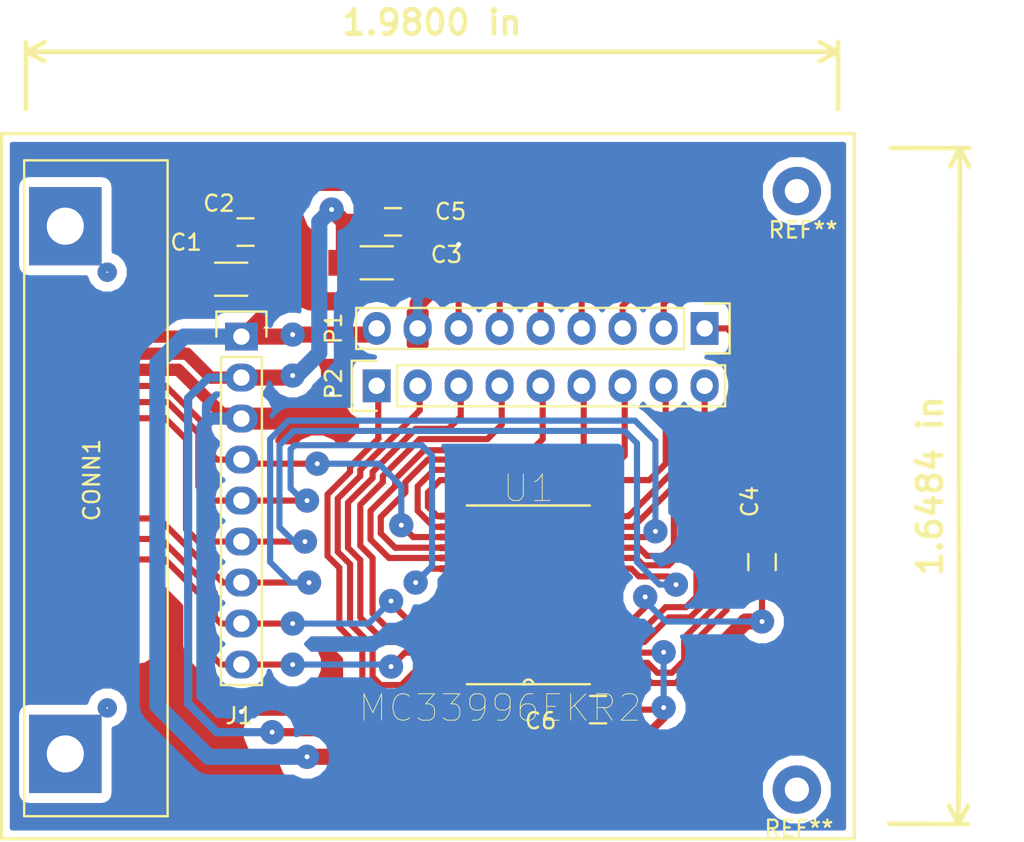
<source format=kicad_pcb>
(kicad_pcb (version 4) (host pcbnew 4.0.6-e0-6349~53~ubuntu14.04.1)

  (general
    (links 55)
    (no_connects 0)
    (area 91.339999 70.452 158.047936 122.36)
    (thickness 1.6)
    (drawings 8)
    (tracks 423)
    (zones 0)
    (modules 13)
    (nets 26)
  )

  (page A4)
  (layers
    (0 F.Cu signal)
    (31 B.Cu signal)
    (32 B.Adhes user)
    (33 F.Adhes user)
    (34 B.Paste user)
    (35 F.Paste user)
    (36 B.SilkS user)
    (37 F.SilkS user)
    (38 B.Mask user)
    (39 F.Mask user)
    (40 Dwgs.User user)
    (41 Cmts.User user)
    (42 Eco1.User user)
    (43 Eco2.User user)
    (44 Edge.Cuts user)
    (45 Margin user)
    (46 B.CrtYd user)
    (47 F.CrtYd user)
    (48 B.Fab user)
    (49 F.Fab user)
  )

  (setup
    (last_trace_width 0.25)
    (user_trace_width 0.35)
    (user_trace_width 0.381)
    (user_trace_width 0.5)
    (user_trace_width 0.508)
    (user_trace_width 0.635)
    (user_trace_width 0.762)
    (user_trace_width 1)
    (user_trace_width 5)
    (trace_clearance 0.2)
    (zone_clearance 0.6)
    (zone_45_only yes)
    (trace_min 0.2)
    (segment_width 0.2)
    (edge_width 0.15)
    (via_size 0.6)
    (via_drill 0.4)
    (via_min_size 0.4)
    (via_min_drill 0.3)
    (user_via 0.8 0.3)
    (user_via 1 0.3)
    (user_via 1.5 0.3)
    (uvia_size 0.3)
    (uvia_drill 0.1)
    (uvias_allowed no)
    (uvia_min_size 0.2)
    (uvia_min_drill 0.1)
    (pcb_text_width 0.3)
    (pcb_text_size 1.5 1.5)
    (mod_edge_width 0.15)
    (mod_text_size 1 1)
    (mod_text_width 0.15)
    (pad_size 3 3)
    (pad_drill 1.5)
    (pad_to_mask_clearance 0.2)
    (aux_axis_origin 0 0)
    (visible_elements 7FFFFFFF)
    (pcbplotparams
      (layerselection 0x00030_80000001)
      (usegerberextensions false)
      (excludeedgelayer true)
      (linewidth 0.100000)
      (plotframeref false)
      (viasonmask false)
      (mode 1)
      (useauxorigin false)
      (hpglpennumber 1)
      (hpglpenspeed 20)
      (hpglpendiameter 15)
      (hpglpenoverlay 2)
      (psnegative false)
      (psa4output false)
      (plotreference true)
      (plotvalue true)
      (plotinvisibletext false)
      (padsonsilk true)
      (subtractmaskfromsilk false)
      (outputformat 4)
      (mirror false)
      (drillshape 0)
      (scaleselection 1)
      (outputdirectory "/home/jarias/Escritorio/Pasantia/Desarrollo/Hardware /Cendit11713-v2/ArchivosGerber/VikingPortExpandeMC33996.Single/GerberFiles/"))
  )

  (net 0 "")
  (net 1 GNDPWR)
  (net 2 VPP)
  (net 3 VCC)
  (net 4 /PWM)
  (net 5 //RESET)
  (net 6 /SCLK)
  (net 7 /MISO)
  (net 8 /MOSI)
  (net 9 /P0)
  (net 10 /P1)
  (net 11 /P2)
  (net 12 /P3)
  (net 13 /P4)
  (net 14 /P5)
  (net 15 /P6)
  (net 16 /P7)
  (net 17 /P8)
  (net 18 /P9)
  (net 19 /P10)
  (net 20 /P11)
  (net 21 /P12)
  (net 22 /P13)
  (net 23 /P14)
  (net 24 /P15)
  (net 25 //CS)

  (net_class Default "Esta es la clase de red por defecto."
    (clearance 0.2)
    (trace_width 0.25)
    (via_dia 0.6)
    (via_drill 0.4)
    (uvia_dia 0.3)
    (uvia_drill 0.1)
  )

  (net_class CONTROL ""
    (clearance 0.2)
    (trace_width 0.381)
    (via_dia 1.6)
    (via_drill 0.4)
    (uvia_dia 0.3)
    (uvia_drill 0.1)
    (add_net /P0)
    (add_net /P1)
    (add_net /P10)
    (add_net /P11)
    (add_net /P12)
    (add_net /P13)
    (add_net /P14)
    (add_net /P15)
    (add_net /P2)
    (add_net /P3)
    (add_net /P4)
    (add_net /P5)
    (add_net /P6)
    (add_net /P7)
    (add_net /P8)
    (add_net /P9)
  )

  (net_class POWER ""
    (clearance 0.2)
    (trace_width 0.8)
    (via_dia 1.6)
    (via_drill 0.4)
    (uvia_dia 0.3)
    (uvia_drill 0.1)
    (add_net GNDPWR)
    (add_net VCC)
    (add_net VPP)
  )

  (net_class SIGNAL ""
    (clearance 0.2)
    (trace_width 0.381)
    (via_dia 1.6)
    (via_drill 0.4)
    (uvia_dia 0.3)
    (uvia_drill 0.1)
    (add_net //CS)
    (add_net //RESET)
    (add_net /MISO)
    (add_net /MOSI)
    (add_net /PWM)
    (add_net /SCLK)
  )

  (module Capacitors_SMD:C_0805_HandSoldering (layer F.Cu) (tedit 5A135576) (tstamp 59DED758)
    (at 106.553 84.328 180)
    (descr "Capacitor SMD 0805, hand soldering")
    (tags "capacitor 0805")
    (path /59BB1591)
    (attr smd)
    (fp_text reference C2 (at 1.651 1.778 180) (layer F.SilkS)
      (effects (font (size 1 1) (thickness 0.15)))
    )
    (fp_text value 0.1uF (at -1.778 1.905 180) (layer F.Fab)
      (effects (font (size 1 1) (thickness 0.15)))
    )
    (fp_line (start -1 0.625) (end -1 -0.625) (layer F.Fab) (width 0.15))
    (fp_line (start 1 0.625) (end -1 0.625) (layer F.Fab) (width 0.15))
    (fp_line (start 1 -0.625) (end 1 0.625) (layer F.Fab) (width 0.15))
    (fp_line (start -1 -0.625) (end 1 -0.625) (layer F.Fab) (width 0.15))
    (fp_line (start -2.3 -1) (end 2.3 -1) (layer F.CrtYd) (width 0.05))
    (fp_line (start -2.3 1) (end 2.3 1) (layer F.CrtYd) (width 0.05))
    (fp_line (start -2.3 -1) (end -2.3 1) (layer F.CrtYd) (width 0.05))
    (fp_line (start 2.3 -1) (end 2.3 1) (layer F.CrtYd) (width 0.05))
    (fp_line (start 0.5 -0.85) (end -0.5 -0.85) (layer F.SilkS) (width 0.15))
    (fp_line (start -0.5 0.85) (end 0.5 0.85) (layer F.SilkS) (width 0.15))
    (pad 1 smd rect (at -1.25 0 180) (size 1.5 1.25) (layers F.Cu F.Paste F.Mask)
      (net 2 VPP))
    (pad 2 smd rect (at 1.25 0 180) (size 1.5 1.25) (layers F.Cu F.Paste F.Mask)
      (net 1 GNDPWR))
    (model Capacitors_SMD.3dshapes/C_0805_HandSoldering.wrl
      (at (xyz 0 0 0))
      (scale (xyz 1 1 1))
      (rotate (xyz 0 0 0))
    )
  )

  (module Capacitors_SMD:C_0805_HandSoldering (layer F.Cu) (tedit 5A135592) (tstamp 59DED76A)
    (at 115.697 83.693)
    (descr "Capacitor SMD 0805, hand soldering")
    (tags "capacitor 0805")
    (path /59BB13CD)
    (attr smd)
    (fp_text reference C5 (at 3.556 -0.635) (layer F.SilkS)
      (effects (font (size 1 1) (thickness 0.15)))
    )
    (fp_text value 0.1uF (at 4.953 0.635) (layer F.Fab)
      (effects (font (size 1 1) (thickness 0.15)))
    )
    (fp_line (start -1 0.625) (end -1 -0.625) (layer F.Fab) (width 0.15))
    (fp_line (start 1 0.625) (end -1 0.625) (layer F.Fab) (width 0.15))
    (fp_line (start 1 -0.625) (end 1 0.625) (layer F.Fab) (width 0.15))
    (fp_line (start -1 -0.625) (end 1 -0.625) (layer F.Fab) (width 0.15))
    (fp_line (start -2.3 -1) (end 2.3 -1) (layer F.CrtYd) (width 0.05))
    (fp_line (start -2.3 1) (end 2.3 1) (layer F.CrtYd) (width 0.05))
    (fp_line (start -2.3 -1) (end -2.3 1) (layer F.CrtYd) (width 0.05))
    (fp_line (start 2.3 -1) (end 2.3 1) (layer F.CrtYd) (width 0.05))
    (fp_line (start 0.5 -0.85) (end -0.5 -0.85) (layer F.SilkS) (width 0.15))
    (fp_line (start -0.5 0.85) (end 0.5 0.85) (layer F.SilkS) (width 0.15))
    (pad 1 smd rect (at -1.25 0) (size 1.5 1.25) (layers F.Cu F.Paste F.Mask)
      (net 3 VCC))
    (pad 2 smd rect (at 1.25 0) (size 1.5 1.25) (layers F.Cu F.Paste F.Mask)
      (net 1 GNDPWR))
    (model Capacitors_SMD.3dshapes/C_0805_HandSoldering.wrl
      (at (xyz 0 0 0))
      (scale (xyz 1 1 1))
      (rotate (xyz 0 0 0))
    )
  )

  (module Capacitors_SMD:C_0805_HandSoldering (layer F.Cu) (tedit 5A133FFF) (tstamp 59DED770)
    (at 128.397 113.919 180)
    (descr "Capacitor SMD 0805, hand soldering")
    (tags "capacitor 0805")
    (path /59E3E181)
    (attr smd)
    (fp_text reference C6 (at 3.556 -0.6985 180) (layer F.SilkS)
      (effects (font (size 1 1) (thickness 0.15)))
    )
    (fp_text value 0.1uF (at 4.699 0.762 180) (layer F.Fab)
      (effects (font (size 1 1) (thickness 0.15)))
    )
    (fp_line (start -1 0.625) (end -1 -0.625) (layer F.Fab) (width 0.15))
    (fp_line (start 1 0.625) (end -1 0.625) (layer F.Fab) (width 0.15))
    (fp_line (start 1 -0.625) (end 1 0.625) (layer F.Fab) (width 0.15))
    (fp_line (start -1 -0.625) (end 1 -0.625) (layer F.Fab) (width 0.15))
    (fp_line (start -2.3 -1) (end 2.3 -1) (layer F.CrtYd) (width 0.05))
    (fp_line (start -2.3 1) (end 2.3 1) (layer F.CrtYd) (width 0.05))
    (fp_line (start -2.3 -1) (end -2.3 1) (layer F.CrtYd) (width 0.05))
    (fp_line (start 2.3 -1) (end 2.3 1) (layer F.CrtYd) (width 0.05))
    (fp_line (start 0.5 -0.85) (end -0.5 -0.85) (layer F.SilkS) (width 0.15))
    (fp_line (start -0.5 0.85) (end 0.5 0.85) (layer F.SilkS) (width 0.15))
    (pad 1 smd rect (at -1.25 0 180) (size 1.5 1.25) (layers F.Cu F.Paste F.Mask)
      (net 3 VCC))
    (pad 2 smd rect (at 1.25 0 180) (size 1.5 1.25) (layers F.Cu F.Paste F.Mask)
      (net 1 GNDPWR))
    (model Capacitors_SMD.3dshapes/C_0805_HandSoldering.wrl
      (at (xyz 0 0 0))
      (scale (xyz 1 1 1))
      (rotate (xyz 0 0 0))
    )
  )

  (module Pin_Headers:Pin_Header_Straight_1x09 (layer F.Cu) (tedit 5A133E16) (tstamp 59DED7A7)
    (at 135.001 90.297 270)
    (descr "Through hole pin header")
    (tags "pin header")
    (path /59DED448)
    (fp_text reference P1 (at 0 22.987 270) (layer F.SilkS)
      (effects (font (size 1 1) (thickness 0.15)))
    )
    (fp_text value VIKING_HEADER_9P (at 6.604 10.033 360) (layer F.Fab)
      (effects (font (size 1 1) (thickness 0.15)))
    )
    (fp_line (start -1.75 -1.75) (end -1.75 22.1) (layer F.CrtYd) (width 0.05))
    (fp_line (start 1.75 -1.75) (end 1.75 22.1) (layer F.CrtYd) (width 0.05))
    (fp_line (start -1.75 -1.75) (end 1.75 -1.75) (layer F.CrtYd) (width 0.05))
    (fp_line (start -1.75 22.1) (end 1.75 22.1) (layer F.CrtYd) (width 0.05))
    (fp_line (start 1.27 1.27) (end 1.27 21.59) (layer F.SilkS) (width 0.15))
    (fp_line (start 1.27 21.59) (end -1.27 21.59) (layer F.SilkS) (width 0.15))
    (fp_line (start -1.27 21.59) (end -1.27 1.27) (layer F.SilkS) (width 0.15))
    (fp_line (start 1.55 -1.55) (end 1.55 0) (layer F.SilkS) (width 0.15))
    (fp_line (start 1.27 1.27) (end -1.27 1.27) (layer F.SilkS) (width 0.15))
    (fp_line (start -1.55 0) (end -1.55 -1.55) (layer F.SilkS) (width 0.15))
    (fp_line (start -1.55 -1.55) (end 1.55 -1.55) (layer F.SilkS) (width 0.15))
    (pad 1 thru_hole rect (at 0 0 270) (size 2.032 1.7272) (drill 1.016) (layers *.Cu *.Mask)
      (net 15 /P6))
    (pad 2 thru_hole oval (at 0 2.54 270) (size 2.032 1.7272) (drill 1.016) (layers *.Cu *.Mask)
      (net 14 /P5))
    (pad 3 thru_hole oval (at 0 5.08 270) (size 2.032 1.7272) (drill 1.016) (layers *.Cu *.Mask)
      (net 13 /P4))
    (pad 4 thru_hole oval (at 0 7.62 270) (size 2.032 1.7272) (drill 1.016) (layers *.Cu *.Mask)
      (net 12 /P3))
    (pad 5 thru_hole oval (at 0 10.16 270) (size 2.032 1.7272) (drill 1.016) (layers *.Cu *.Mask)
      (net 11 /P2))
    (pad 6 thru_hole oval (at 0 12.7 270) (size 2.032 1.7272) (drill 1.016) (layers *.Cu *.Mask)
      (net 10 /P1))
    (pad 7 thru_hole oval (at 0 15.24 270) (size 2.032 1.7272) (drill 1.016) (layers *.Cu *.Mask)
      (net 9 /P0))
    (pad 8 thru_hole oval (at 0 17.78 270) (size 2.032 1.7272) (drill 1.016) (layers *.Cu *.Mask)
      (net 1 GNDPWR))
    (pad 9 thru_hole oval (at 0 20.32 270) (size 2.032 1.7272) (drill 1.016) (layers *.Cu *.Mask)
      (net 2 VPP))
    (model Pin_Headers.3dshapes/Pin_Header_Straight_1x09.wrl
      (at (xyz 0 -0.4 0))
      (scale (xyz 1 1 1))
      (rotate (xyz 0 0 90))
    )
  )

  (module Pin_Headers:Pin_Header_Straight_1x09 (layer F.Cu) (tedit 5A135606) (tstamp 59DED7B4)
    (at 114.681 93.853 90)
    (descr "Through hole pin header")
    (tags "pin header")
    (path /59DED4A7)
    (fp_text reference P2 (at 0.127 -2.667 90) (layer F.SilkS)
      (effects (font (size 1 1) (thickness 0.15)))
    )
    (fp_text value VIKING_HEADER_9P (at 1.905 10.541 180) (layer F.Fab)
      (effects (font (size 1 1) (thickness 0.15)))
    )
    (fp_line (start -1.75 -1.75) (end -1.75 22.1) (layer F.CrtYd) (width 0.05))
    (fp_line (start 1.75 -1.75) (end 1.75 22.1) (layer F.CrtYd) (width 0.05))
    (fp_line (start -1.75 -1.75) (end 1.75 -1.75) (layer F.CrtYd) (width 0.05))
    (fp_line (start -1.75 22.1) (end 1.75 22.1) (layer F.CrtYd) (width 0.05))
    (fp_line (start 1.27 1.27) (end 1.27 21.59) (layer F.SilkS) (width 0.15))
    (fp_line (start 1.27 21.59) (end -1.27 21.59) (layer F.SilkS) (width 0.15))
    (fp_line (start -1.27 21.59) (end -1.27 1.27) (layer F.SilkS) (width 0.15))
    (fp_line (start 1.55 -1.55) (end 1.55 0) (layer F.SilkS) (width 0.15))
    (fp_line (start 1.27 1.27) (end -1.27 1.27) (layer F.SilkS) (width 0.15))
    (fp_line (start -1.55 0) (end -1.55 -1.55) (layer F.SilkS) (width 0.15))
    (fp_line (start -1.55 -1.55) (end 1.55 -1.55) (layer F.SilkS) (width 0.15))
    (pad 1 thru_hole rect (at 0 0 90) (size 2.032 1.7272) (drill 1.016) (layers *.Cu *.Mask)
      (net 24 /P15))
    (pad 2 thru_hole oval (at 0 2.54 90) (size 2.032 1.7272) (drill 1.016) (layers *.Cu *.Mask)
      (net 23 /P14))
    (pad 3 thru_hole oval (at 0 5.08 90) (size 2.032 1.7272) (drill 1.016) (layers *.Cu *.Mask)
      (net 22 /P13))
    (pad 4 thru_hole oval (at 0 7.62 90) (size 2.032 1.7272) (drill 1.016) (layers *.Cu *.Mask)
      (net 21 /P12))
    (pad 5 thru_hole oval (at 0 10.16 90) (size 2.032 1.7272) (drill 1.016) (layers *.Cu *.Mask)
      (net 20 /P11))
    (pad 6 thru_hole oval (at 0 12.7 90) (size 2.032 1.7272) (drill 1.016) (layers *.Cu *.Mask)
      (net 19 /P10))
    (pad 7 thru_hole oval (at 0 15.24 90) (size 2.032 1.7272) (drill 1.016) (layers *.Cu *.Mask)
      (net 18 /P9))
    (pad 8 thru_hole oval (at 0 17.78 90) (size 2.032 1.7272) (drill 1.016) (layers *.Cu *.Mask)
      (net 17 /P8))
    (pad 9 thru_hole oval (at 0 20.32 90) (size 2.032 1.7272) (drill 1.016) (layers *.Cu *.Mask)
      (net 16 /P7))
    (model Pin_Headers.3dshapes/Pin_Header_Straight_1x09.wrl
      (at (xyz 0 -0.4 0))
      (scale (xyz 1 1 1))
      (rotate (xyz 0 0 90))
    )
  )

  (module Capacitors_SMD:C_0805_HandSoldering (layer F.Cu) (tedit 5A134006) (tstamp 59DED764)
    (at 138.557 104.775 90)
    (descr "Capacitor SMD 0805, hand soldering")
    (tags "capacitor 0805")
    (path /59BB0C99)
    (attr smd)
    (fp_text reference C4 (at 3.7465 -0.762 90) (layer F.SilkS)
      (effects (font (size 1 1) (thickness 0.15)))
    )
    (fp_text value 0.1uF (at 4.699 0.635 90) (layer F.Fab)
      (effects (font (size 1 1) (thickness 0.15)))
    )
    (fp_line (start -1 0.625) (end -1 -0.625) (layer F.Fab) (width 0.15))
    (fp_line (start 1 0.625) (end -1 0.625) (layer F.Fab) (width 0.15))
    (fp_line (start 1 -0.625) (end 1 0.625) (layer F.Fab) (width 0.15))
    (fp_line (start -1 -0.625) (end 1 -0.625) (layer F.Fab) (width 0.15))
    (fp_line (start -2.3 -1) (end 2.3 -1) (layer F.CrtYd) (width 0.05))
    (fp_line (start -2.3 1) (end 2.3 1) (layer F.CrtYd) (width 0.05))
    (fp_line (start -2.3 -1) (end -2.3 1) (layer F.CrtYd) (width 0.05))
    (fp_line (start 2.3 -1) (end 2.3 1) (layer F.CrtYd) (width 0.05))
    (fp_line (start 0.5 -0.85) (end -0.5 -0.85) (layer F.SilkS) (width 0.15))
    (fp_line (start -0.5 0.85) (end 0.5 0.85) (layer F.SilkS) (width 0.15))
    (pad 1 smd rect (at -1.25 0 90) (size 1.5 1.25) (layers F.Cu F.Paste F.Mask)
      (net 2 VPP))
    (pad 2 smd rect (at 1.25 0 90) (size 1.5 1.25) (layers F.Cu F.Paste F.Mask)
      (net 1 GNDPWR))
    (model Capacitors_SMD.3dshapes/C_0805_HandSoldering.wrl
      (at (xyz 0 0 0))
      (scale (xyz 1 1 1))
      (rotate (xyz 0 0 0))
    )
  )

  (module Pin_Headers:Pin_Header_Straight_1x09 (layer F.Cu) (tedit 5A01F257) (tstamp 59E3DD23)
    (at 106.299 90.805)
    (descr "Through hole pin header")
    (tags "pin header")
    (path /59E3FC98)
    (fp_text reference J1 (at -0.127 23.495) (layer F.SilkS)
      (effects (font (size 1 1) (thickness 0.15)))
    )
    (fp_text value DEBUG_CONN (at 2.921 9.779 90) (layer F.Fab)
      (effects (font (size 1 1) (thickness 0.15)))
    )
    (fp_line (start -1.75 -1.75) (end -1.75 22.1) (layer F.CrtYd) (width 0.05))
    (fp_line (start 1.75 -1.75) (end 1.75 22.1) (layer F.CrtYd) (width 0.05))
    (fp_line (start -1.75 -1.75) (end 1.75 -1.75) (layer F.CrtYd) (width 0.05))
    (fp_line (start -1.75 22.1) (end 1.75 22.1) (layer F.CrtYd) (width 0.05))
    (fp_line (start 1.27 1.27) (end 1.27 21.59) (layer F.SilkS) (width 0.15))
    (fp_line (start 1.27 21.59) (end -1.27 21.59) (layer F.SilkS) (width 0.15))
    (fp_line (start -1.27 21.59) (end -1.27 1.27) (layer F.SilkS) (width 0.15))
    (fp_line (start 1.55 -1.55) (end 1.55 0) (layer F.SilkS) (width 0.15))
    (fp_line (start 1.27 1.27) (end -1.27 1.27) (layer F.SilkS) (width 0.15))
    (fp_line (start -1.55 0) (end -1.55 -1.55) (layer F.SilkS) (width 0.15))
    (fp_line (start -1.55 -1.55) (end 1.55 -1.55) (layer F.SilkS) (width 0.15))
    (pad 1 thru_hole rect (at 0 0) (size 2.032 1.7272) (drill 1.016) (layers *.Cu *.Mask)
      (net 2 VPP))
    (pad 2 thru_hole oval (at 0 2.54) (size 2.032 1.7272) (drill 1.016) (layers *.Cu *.Mask)
      (net 3 VCC))
    (pad 3 thru_hole oval (at 0 5.08) (size 2.032 1.7272) (drill 1.016) (layers *.Cu *.Mask)
      (net 1 GNDPWR))
    (pad 4 thru_hole oval (at 0 7.62) (size 2.032 1.7272) (drill 1.016) (layers *.Cu *.Mask)
      (net 8 /MOSI))
    (pad 5 thru_hole oval (at 0 10.16) (size 2.032 1.7272) (drill 1.016) (layers *.Cu *.Mask)
      (net 7 /MISO))
    (pad 6 thru_hole oval (at 0 12.7) (size 2.032 1.7272) (drill 1.016) (layers *.Cu *.Mask)
      (net 6 /SCLK))
    (pad 7 thru_hole oval (at 0 15.24) (size 2.032 1.7272) (drill 1.016) (layers *.Cu *.Mask)
      (net 25 //CS))
    (pad 8 thru_hole oval (at 0 17.78) (size 2.032 1.7272) (drill 1.016) (layers *.Cu *.Mask)
      (net 5 //RESET))
    (pad 9 thru_hole oval (at 0 20.32) (size 2.032 1.7272) (drill 1.016) (layers *.Cu *.Mask)
      (net 4 /PWM))
    (model Pin_Headers.3dshapes/Pin_Header_Straight_1x09.wrl
      (at (xyz 0 -0.4 0))
      (scale (xyz 1 1 1))
      (rotate (xyz 0 0 90))
    )
  )

  (module CenditFootprints:SLIMLINE_SATA_PLUG_7P_6P (layer F.Cu) (tedit 5A030913) (tstamp 5A01F4B5)
    (at 99.187 98.933 270)
    (path /59E406D7)
    (fp_text reference CONN1 (at 0.762 2.159 270) (layer F.SilkS)
      (effects (font (size 1 1) (thickness 0.15)))
    )
    (fp_text value VIKING_SPI_BUS (at 0 -3.81 270) (layer F.Fab)
      (effects (font (size 1 1) (thickness 0.15)))
    )
    (fp_line (start -19.05 6.35) (end 21.59 6.35) (layer F.SilkS) (width 0.15))
    (fp_line (start 21.59 6.35) (end 21.59 -2.54) (layer F.SilkS) (width 0.15))
    (fp_line (start 21.59 -2.54) (end -19.05 -2.54) (layer F.SilkS) (width 0.15))
    (fp_line (start -19.05 -2.54) (end -19.05 6.35) (layer F.SilkS) (width 0.15))
    (pad 14 smd rect (at 0 0 270) (size 2.4 1.5) (layers F.Cu F.Paste F.Mask))
    (pad 12 smd rect (at 9.49 0 270) (size 0.7 1.5) (layers F.Cu F.Paste F.Mask))
    (pad 11 smd rect (at 8.22 0 270) (size 0.7 1.5) (layers F.Cu F.Paste F.Mask))
    (pad 13 smd rect (at 10.76 0 270) (size 0.7 1.5) (layers F.Cu F.Paste F.Mask))
    (pad 10 smd rect (at 6.95 0 270) (size 0.7 1.5) (layers F.Cu F.Paste F.Mask))
    (pad 9 smd rect (at 5.68 0 270) (size 0.7 1.5) (layers F.Cu F.Paste F.Mask)
      (net 4 /PWM))
    (pad 8 smd rect (at 4.41 0 270) (size 0.7 1.5) (layers F.Cu F.Paste F.Mask)
      (net 5 //RESET))
    (pad 7 smd rect (at 3.14 0 270) (size 0.7 1.5) (layers F.Cu F.Paste F.Mask)
      (net 25 //CS))
    (pad 6 smd rect (at -3.07 0 270) (size 0.7 1.5) (layers F.Cu F.Paste F.Mask)
      (net 6 /SCLK))
    (pad 5 smd rect (at -4.07 0 270) (size 0.7 1.5) (layers F.Cu F.Paste F.Mask)
      (net 7 /MISO))
    (pad 4 smd rect (at -5.07 0 270) (size 0.7 1.5) (layers F.Cu F.Paste F.Mask)
      (net 8 /MOSI))
    (pad 3 smd rect (at -6.07 0 270) (size 0.7 1.5) (layers F.Cu F.Paste F.Mask)
      (net 1 GNDPWR))
    (pad 2 smd rect (at -7.07 0 270) (size 0.7 1.5) (layers F.Cu F.Paste F.Mask)
      (net 3 VCC))
    (pad 1 smd rect (at -8.07 0 270) (size 0.7 1.5) (layers F.Cu F.Paste F.Mask)
      (net 2 VPP))
    (pad "" np_thru_hole circle (at 14.88 1.2 270) (size 1.2 1.2) (drill 0.1) (layers *.Cu *.Mask))
    (pad "" np_thru_hole circle (at -12.12 1.2 270) (size 1.2 1.2) (drill 0.1) (layers *.Cu *.Mask))
    (pad "" np_thru_hole rect (at 17.73 3.8 270) (size 4.85 4.5) (drill 2.3) (layers *.Cu *.Mask))
    (pad "" np_thru_hole rect (at -14.97 3.8 270) (size 4.85 4.5) (drill 2.3) (layers *.Cu *.Mask))
  )

  (module LibreriaKicad:MC33996EKR2 (layer F.Cu) (tedit 5A134B50) (tstamp 5A133EEB)
    (at 124.079 106.807 180)
    (path /59BAD405)
    (attr smd)
    (fp_text reference U1 (at 0 6.604 180) (layer F.SilkS)
      (effects (font (size 1.64288 1.64288) (thickness 0.05)))
    )
    (fp_text value MC33996EKR2 (at 1.75277 -7.01108 180) (layer F.SilkS)
      (effects (font (size 1.64016 1.64016) (thickness 0.05)))
    )
    (fp_line (start -3.81 5.5372) (end 3.81 5.5372) (layer F.SilkS) (width 0.1524))
    (fp_line (start 3.81 -5.5372) (end -0.3048 -5.5372) (layer F.SilkS) (width 0.1524))
    (fp_line (start -0.3048 -5.5372) (end -3.81 -5.5372) (layer F.SilkS) (width 0.1524))
    (fp_arc (start 0 -5.5499) (end -0.3048 -5.5372) (angle -180) (layer F.SilkS) (width 0.1524))
    (fp_line (start -3.81 -4.699) (end -3.81 -5.0546) (layer Dwgs.User) (width 0))
    (fp_line (start -3.81 -5.0546) (end -5.1562 -5.0546) (layer Dwgs.User) (width 0))
    (fp_line (start -5.1562 -5.0546) (end -5.1562 -4.699) (layer Dwgs.User) (width 0))
    (fp_line (start -5.1562 -4.699) (end -3.81 -4.699) (layer Dwgs.User) (width 0))
    (fp_line (start -3.81 -4.0386) (end -3.81 -4.4196) (layer Dwgs.User) (width 0))
    (fp_line (start -3.81 -4.4196) (end -5.1562 -4.4196) (layer Dwgs.User) (width 0))
    (fp_line (start -5.1562 -4.4196) (end -5.1562 -4.0386) (layer Dwgs.User) (width 0))
    (fp_line (start -5.1562 -4.0386) (end -3.81 -4.0386) (layer Dwgs.User) (width 0))
    (fp_line (start -3.81 -3.3782) (end -3.81 -3.7592) (layer Dwgs.User) (width 0))
    (fp_line (start -3.81 -3.7592) (end -5.1562 -3.7592) (layer Dwgs.User) (width 0))
    (fp_line (start -5.1562 -3.7592) (end -5.1562 -3.3782) (layer Dwgs.User) (width 0))
    (fp_line (start -5.1562 -3.3782) (end -3.81 -3.3782) (layer Dwgs.User) (width 0))
    (fp_line (start -3.81 -2.7432) (end -3.81 -3.1242) (layer Dwgs.User) (width 0))
    (fp_line (start -3.81 -3.1242) (end -5.1562 -3.1242) (layer Dwgs.User) (width 0))
    (fp_line (start -5.1562 -3.1242) (end -5.1562 -2.7432) (layer Dwgs.User) (width 0))
    (fp_line (start -5.1562 -2.7432) (end -3.81 -2.7432) (layer Dwgs.User) (width 0))
    (fp_line (start -3.81 -2.0828) (end -3.81 -2.4638) (layer Dwgs.User) (width 0))
    (fp_line (start -3.81 -2.4638) (end -5.1562 -2.4638) (layer Dwgs.User) (width 0))
    (fp_line (start -5.1562 -2.4638) (end -5.1562 -2.0828) (layer Dwgs.User) (width 0))
    (fp_line (start -5.1562 -2.0828) (end -3.81 -2.0828) (layer Dwgs.User) (width 0))
    (fp_line (start -3.81 -1.4478) (end -3.81 -1.8034) (layer Dwgs.User) (width 0))
    (fp_line (start -3.81 -1.8034) (end -5.1562 -1.8034) (layer Dwgs.User) (width 0))
    (fp_line (start -5.1562 -1.8034) (end -5.1562 -1.4478) (layer Dwgs.User) (width 0))
    (fp_line (start -5.1562 -1.4478) (end -3.81 -1.4478) (layer Dwgs.User) (width 0))
    (fp_line (start -3.81 -0.7874) (end -3.81 -1.1684) (layer Dwgs.User) (width 0))
    (fp_line (start -3.81 -1.1684) (end -5.1562 -1.1684) (layer Dwgs.User) (width 0))
    (fp_line (start -5.1562 -1.1684) (end -5.1562 -0.7874) (layer Dwgs.User) (width 0))
    (fp_line (start -5.1562 -0.7874) (end -3.81 -0.7874) (layer Dwgs.User) (width 0))
    (fp_line (start -3.81 -0.127) (end -3.81 -0.508) (layer Dwgs.User) (width 0))
    (fp_line (start -3.81 -0.508) (end -5.1562 -0.508) (layer Dwgs.User) (width 0))
    (fp_line (start -5.1562 -0.508) (end -5.1562 -0.127) (layer Dwgs.User) (width 0))
    (fp_line (start -5.1562 -0.127) (end -3.81 -0.127) (layer Dwgs.User) (width 0))
    (fp_line (start -3.81 0.508) (end -3.81 0.127) (layer Dwgs.User) (width 0))
    (fp_line (start -3.81 0.127) (end -5.1562 0.127) (layer Dwgs.User) (width 0))
    (fp_line (start -5.1562 0.127) (end -5.1562 0.508) (layer Dwgs.User) (width 0))
    (fp_line (start -5.1562 0.508) (end -3.81 0.508) (layer Dwgs.User) (width 0))
    (fp_line (start -3.81 1.1684) (end -3.81 0.7874) (layer Dwgs.User) (width 0))
    (fp_line (start -3.81 0.7874) (end -5.1562 0.7874) (layer Dwgs.User) (width 0))
    (fp_line (start -5.1562 0.7874) (end -5.1562 1.1684) (layer Dwgs.User) (width 0))
    (fp_line (start -5.1562 1.1684) (end -3.81 1.1684) (layer Dwgs.User) (width 0))
    (fp_line (start -3.81 1.8034) (end -3.81 1.4478) (layer Dwgs.User) (width 0))
    (fp_line (start -3.81 1.4478) (end -5.1562 1.4478) (layer Dwgs.User) (width 0))
    (fp_line (start -5.1562 1.4478) (end -5.1562 1.8034) (layer Dwgs.User) (width 0))
    (fp_line (start -5.1562 1.8034) (end -3.81 1.8034) (layer Dwgs.User) (width 0))
    (fp_line (start -3.81 2.4638) (end -3.81 2.0828) (layer Dwgs.User) (width 0))
    (fp_line (start -3.81 2.0828) (end -5.1562 2.0828) (layer Dwgs.User) (width 0))
    (fp_line (start -5.1562 2.0828) (end -5.1562 2.4638) (layer Dwgs.User) (width 0))
    (fp_line (start -5.1562 2.4638) (end -3.81 2.4638) (layer Dwgs.User) (width 0))
    (fp_line (start -3.81 3.1242) (end -3.81 2.7432) (layer Dwgs.User) (width 0))
    (fp_line (start -3.81 2.7432) (end -5.1562 2.7432) (layer Dwgs.User) (width 0))
    (fp_line (start -5.1562 2.7432) (end -5.1562 3.1242) (layer Dwgs.User) (width 0))
    (fp_line (start -5.1562 3.1242) (end -3.81 3.1242) (layer Dwgs.User) (width 0))
    (fp_line (start -3.81 3.7592) (end -3.81 3.3782) (layer Dwgs.User) (width 0))
    (fp_line (start -3.81 3.3782) (end -5.1562 3.3782) (layer Dwgs.User) (width 0))
    (fp_line (start -5.1562 3.3782) (end -5.1562 3.7592) (layer Dwgs.User) (width 0))
    (fp_line (start -5.1562 3.7592) (end -3.81 3.7592) (layer Dwgs.User) (width 0))
    (fp_line (start -3.81 4.4196) (end -3.81 4.0386) (layer Dwgs.User) (width 0))
    (fp_line (start -3.81 4.0386) (end -5.1562 4.0386) (layer Dwgs.User) (width 0))
    (fp_line (start -5.1562 4.0386) (end -5.1562 4.4196) (layer Dwgs.User) (width 0))
    (fp_line (start -5.1562 4.4196) (end -3.81 4.4196) (layer Dwgs.User) (width 0))
    (fp_line (start -3.81 5.0546) (end -3.81 4.699) (layer Dwgs.User) (width 0))
    (fp_line (start -3.81 4.699) (end -5.1562 4.699) (layer Dwgs.User) (width 0))
    (fp_line (start -5.1562 4.699) (end -5.1562 5.0546) (layer Dwgs.User) (width 0))
    (fp_line (start -5.1562 5.0546) (end -3.81 5.0546) (layer Dwgs.User) (width 0))
    (fp_line (start 3.81 4.699) (end 3.81 5.0546) (layer Dwgs.User) (width 0))
    (fp_line (start 3.81 5.0546) (end 5.1562 5.0546) (layer Dwgs.User) (width 0))
    (fp_line (start 5.1562 5.0546) (end 5.1562 4.699) (layer Dwgs.User) (width 0))
    (fp_line (start 5.1562 4.699) (end 3.81 4.699) (layer Dwgs.User) (width 0))
    (fp_line (start 3.81 4.0386) (end 3.81 4.4196) (layer Dwgs.User) (width 0))
    (fp_line (start 3.81 4.4196) (end 5.1562 4.4196) (layer Dwgs.User) (width 0))
    (fp_line (start 5.1562 4.4196) (end 5.1562 4.0386) (layer Dwgs.User) (width 0))
    (fp_line (start 5.1562 4.0386) (end 3.81 4.0386) (layer Dwgs.User) (width 0))
    (fp_line (start 3.81 3.3782) (end 3.81 3.7592) (layer Dwgs.User) (width 0))
    (fp_line (start 3.81 3.7592) (end 5.1562 3.7592) (layer Dwgs.User) (width 0))
    (fp_line (start 5.1562 3.7592) (end 5.1562 3.3782) (layer Dwgs.User) (width 0))
    (fp_line (start 5.1562 3.3782) (end 3.81 3.3782) (layer Dwgs.User) (width 0))
    (fp_line (start 3.81 2.7432) (end 3.81 3.1242) (layer Dwgs.User) (width 0))
    (fp_line (start 3.81 3.1242) (end 5.1562 3.1242) (layer Dwgs.User) (width 0))
    (fp_line (start 5.1562 3.1242) (end 5.1562 2.7432) (layer Dwgs.User) (width 0))
    (fp_line (start 5.1562 2.7432) (end 3.81 2.7432) (layer Dwgs.User) (width 0))
    (fp_line (start 3.81 2.0828) (end 3.81 2.4638) (layer Dwgs.User) (width 0))
    (fp_line (start 3.81 2.4638) (end 5.1562 2.4638) (layer Dwgs.User) (width 0))
    (fp_line (start 5.1562 2.4638) (end 5.1562 2.0828) (layer Dwgs.User) (width 0))
    (fp_line (start 5.1562 2.0828) (end 3.81 2.0828) (layer Dwgs.User) (width 0))
    (fp_line (start 3.81 1.4478) (end 3.81 1.8034) (layer Dwgs.User) (width 0))
    (fp_line (start 3.81 1.8034) (end 5.1562 1.8034) (layer Dwgs.User) (width 0))
    (fp_line (start 5.1562 1.8034) (end 5.1562 1.4478) (layer Dwgs.User) (width 0))
    (fp_line (start 5.1562 1.4478) (end 3.81 1.4478) (layer Dwgs.User) (width 0))
    (fp_line (start 3.81 0.7874) (end 3.81 1.1684) (layer Dwgs.User) (width 0))
    (fp_line (start 3.81 1.1684) (end 5.1562 1.1684) (layer Dwgs.User) (width 0))
    (fp_line (start 5.1562 1.1684) (end 5.1562 0.7874) (layer Dwgs.User) (width 0))
    (fp_line (start 5.1562 0.7874) (end 3.81 0.7874) (layer Dwgs.User) (width 0))
    (fp_line (start 3.81 0.127) (end 3.81 0.508) (layer Dwgs.User) (width 0))
    (fp_line (start 3.81 0.508) (end 5.1562 0.508) (layer Dwgs.User) (width 0))
    (fp_line (start 5.1562 0.508) (end 5.1562 0.127) (layer Dwgs.User) (width 0))
    (fp_line (start 5.1562 0.127) (end 3.81 0.127) (layer Dwgs.User) (width 0))
    (fp_line (start 3.81 -0.508) (end 3.81 -0.127) (layer Dwgs.User) (width 0))
    (fp_line (start 3.81 -0.127) (end 5.1562 -0.127) (layer Dwgs.User) (width 0))
    (fp_line (start 5.1562 -0.127) (end 5.1562 -0.508) (layer Dwgs.User) (width 0))
    (fp_line (start 5.1562 -0.508) (end 3.81 -0.508) (layer Dwgs.User) (width 0))
    (fp_line (start 3.81 -1.1684) (end 3.81 -0.7874) (layer Dwgs.User) (width 0))
    (fp_line (start 3.81 -0.7874) (end 5.1562 -0.7874) (layer Dwgs.User) (width 0))
    (fp_line (start 5.1562 -0.7874) (end 5.1562 -1.1684) (layer Dwgs.User) (width 0))
    (fp_line (start 5.1562 -1.1684) (end 3.81 -1.1684) (layer Dwgs.User) (width 0))
    (fp_line (start 3.81 -1.8034) (end 3.81 -1.4478) (layer Dwgs.User) (width 0))
    (fp_line (start 3.81 -1.4478) (end 5.1562 -1.4478) (layer Dwgs.User) (width 0))
    (fp_line (start 5.1562 -1.4478) (end 5.1562 -1.8034) (layer Dwgs.User) (width 0))
    (fp_line (start 5.1562 -1.8034) (end 3.81 -1.8034) (layer Dwgs.User) (width 0))
    (fp_line (start 3.81 -2.4638) (end 3.81 -2.0828) (layer Dwgs.User) (width 0))
    (fp_line (start 3.81 -2.0828) (end 5.1562 -2.0828) (layer Dwgs.User) (width 0))
    (fp_line (start 5.1562 -2.0828) (end 5.1562 -2.4638) (layer Dwgs.User) (width 0))
    (fp_line (start 5.1562 -2.4638) (end 3.81 -2.4638) (layer Dwgs.User) (width 0))
    (fp_line (start 3.81 -3.1242) (end 3.81 -2.7432) (layer Dwgs.User) (width 0))
    (fp_line (start 3.81 -2.7432) (end 5.1562 -2.7432) (layer Dwgs.User) (width 0))
    (fp_line (start 5.1562 -2.7432) (end 5.1562 -3.1242) (layer Dwgs.User) (width 0))
    (fp_line (start 5.1562 -3.1242) (end 3.81 -3.1242) (layer Dwgs.User) (width 0))
    (fp_line (start 3.81 -3.7592) (end 3.81 -3.3782) (layer Dwgs.User) (width 0))
    (fp_line (start 3.81 -3.3782) (end 5.1562 -3.3782) (layer Dwgs.User) (width 0))
    (fp_line (start 5.1562 -3.3782) (end 5.1562 -3.7592) (layer Dwgs.User) (width 0))
    (fp_line (start 5.1562 -3.7592) (end 3.81 -3.7592) (layer Dwgs.User) (width 0))
    (fp_line (start 3.81 -4.4196) (end 3.81 -4.0386) (layer Dwgs.User) (width 0))
    (fp_line (start 3.81 -4.0386) (end 5.1562 -4.0386) (layer Dwgs.User) (width 0))
    (fp_line (start 5.1562 -4.0386) (end 5.1562 -4.4196) (layer Dwgs.User) (width 0))
    (fp_line (start 5.1562 -4.4196) (end 3.81 -4.4196) (layer Dwgs.User) (width 0))
    (fp_line (start 3.81 -5.0546) (end 3.81 -4.699) (layer Dwgs.User) (width 0))
    (fp_line (start 3.81 -4.699) (end 5.1562 -4.699) (layer Dwgs.User) (width 0))
    (fp_line (start 5.1562 -4.699) (end 5.1562 -5.0546) (layer Dwgs.User) (width 0))
    (fp_line (start 5.1562 -5.0546) (end 3.81 -5.0546) (layer Dwgs.User) (width 0))
    (fp_line (start -3.81 5.5372) (end 3.81 5.5372) (layer Dwgs.User) (width 0))
    (fp_line (start 3.81 5.5372) (end 3.81 -5.5372) (layer Dwgs.User) (width 0))
    (fp_line (start 3.81 -5.5372) (end -0.3048 -5.5372) (layer Dwgs.User) (width 0))
    (fp_line (start -0.3048 -5.5372) (end -3.81 -5.5372) (layer Dwgs.User) (width 0))
    (fp_line (start -3.81 -5.5372) (end -3.81 5.5372) (layer Dwgs.User) (width 0))
    (fp_arc (start 0 -5.5499) (end -0.3048 -5.5372) (angle -180) (layer Dwgs.User) (width 0))
    (pad 1 smd rect (at -4.699 -4.8768 180) (size 1.6002 0.4318) (layers F.Cu F.Paste F.Mask)
      (net 9 /P0))
    (pad 2 smd rect (at -4.699 -4.2164 180) (size 1.6002 0.4318) (layers F.Cu F.Paste F.Mask)
      (net 10 /P1))
    (pad 3 smd rect (at -4.699 -3.5814 180) (size 1.6002 0.4318) (layers F.Cu F.Paste F.Mask)
      (net 3 VCC))
    (pad 4 smd rect (at -4.699 -2.921 180) (size 1.6002 0.4318) (layers F.Cu F.Paste F.Mask)
      (net 11 /P2))
    (pad 5 smd rect (at -4.699 -2.286 180) (size 1.6002 0.4318) (layers F.Cu F.Paste F.Mask)
      (net 12 /P3))
    (pad 6 smd rect (at -4.699 -1.6256 180) (size 1.6002 0.4318) (layers F.Cu F.Paste F.Mask)
      (net 2 VPP))
    (pad 7 smd rect (at -4.699 -0.9652 180) (size 1.6002 0.4318) (layers F.Cu F.Paste F.Mask)
      (net 1 GNDPWR))
    (pad 8 smd rect (at -4.699 -0.3302 180) (size 1.6002 0.4318) (layers F.Cu F.Paste F.Mask)
      (net 1 GNDPWR))
    (pad 9 smd rect (at -4.699 0.3302 180) (size 1.6002 0.4318) (layers F.Cu F.Paste F.Mask)
      (net 1 GNDPWR))
    (pad 10 smd rect (at -4.699 0.9652 180) (size 1.6002 0.4318) (layers F.Cu F.Paste F.Mask)
      (net 1 GNDPWR))
    (pad 11 smd rect (at -4.699 1.6256 180) (size 1.6002 0.4318) (layers F.Cu F.Paste F.Mask)
      (net 6 /SCLK))
    (pad 12 smd rect (at -4.699 2.286 180) (size 1.6002 0.4318) (layers F.Cu F.Paste F.Mask)
      (net 13 /P4))
    (pad 13 smd rect (at -4.699 2.921 180) (size 1.6002 0.4318) (layers F.Cu F.Paste F.Mask)
      (net 14 /P5))
    (pad 14 smd rect (at -4.699 3.5814 180) (size 1.6002 0.4318) (layers F.Cu F.Paste F.Mask)
      (net 25 //CS))
    (pad 15 smd rect (at -4.699 4.2164 180) (size 1.6002 0.4318) (layers F.Cu F.Paste F.Mask)
      (net 15 /P6))
    (pad 16 smd rect (at -4.699 4.8768 180) (size 1.6002 0.4318) (layers F.Cu F.Paste F.Mask)
      (net 16 /P7))
    (pad 17 smd rect (at 4.699 4.8768 180) (size 1.6002 0.4318) (layers F.Cu F.Paste F.Mask)
      (net 17 /P8))
    (pad 18 smd rect (at 4.699 4.2164 180) (size 1.6002 0.4318) (layers F.Cu F.Paste F.Mask)
      (net 18 /P9))
    (pad 19 smd rect (at 4.699 3.5814 180) (size 1.6002 0.4318) (layers F.Cu F.Paste F.Mask)
      (net 8 /MOSI))
    (pad 20 smd rect (at 4.699 2.921 180) (size 1.6002 0.4318) (layers F.Cu F.Paste F.Mask)
      (net 19 /P10))
    (pad 21 smd rect (at 4.699 2.286 180) (size 1.6002 0.4318) (layers F.Cu F.Paste F.Mask)
      (net 20 /P11))
    (pad 22 smd rect (at 4.699 1.6256 180) (size 1.6002 0.4318) (layers F.Cu F.Paste F.Mask)
      (net 7 /MISO))
    (pad 23 smd rect (at 4.699 0.9652 180) (size 1.6002 0.4318) (layers F.Cu F.Paste F.Mask))
    (pad 24 smd rect (at 4.699 0.3302 180) (size 1.6002 0.4318) (layers F.Cu F.Paste F.Mask)
      (net 1 GNDPWR))
    (pad 25 smd rect (at 4.699 -0.3302 180) (size 1.6002 0.4318) (layers F.Cu F.Paste F.Mask)
      (net 1 GNDPWR))
    (pad 26 smd rect (at 4.699 -0.9652 180) (size 1.6002 0.4318) (layers F.Cu F.Paste F.Mask)
      (net 1 GNDPWR))
    (pad 27 smd rect (at 4.699 -1.6256 180) (size 1.6002 0.4318) (layers F.Cu F.Paste F.Mask)
      (net 5 //RESET))
    (pad 28 smd rect (at 4.699 -2.286 180) (size 1.6002 0.4318) (layers F.Cu F.Paste F.Mask)
      (net 21 /P12))
    (pad 29 smd rect (at 4.699 -2.921 180) (size 1.6002 0.4318) (layers F.Cu F.Paste F.Mask)
      (net 22 /P13))
    (pad 30 smd rect (at 4.699 -3.5814 180) (size 1.6002 0.4318) (layers F.Cu F.Paste F.Mask)
      (net 4 /PWM))
    (pad 31 smd rect (at 4.699 -4.2164 180) (size 1.6002 0.4318) (layers F.Cu F.Paste F.Mask)
      (net 23 /P14))
    (pad 32 smd rect (at 4.699 -4.8768 180) (size 1.6002 0.4318) (layers F.Cu F.Paste F.Mask)
      (net 24 /P15))
    (pad 33 smd rect (at 0 0 180) (size 4.8006 5.8928) (layers F.Cu F.Paste F.Mask)
      (net 1 GNDPWR))
  )

  (module Capacitors_SMD:C_1206_HandSoldering (layer F.Cu) (tedit 5A135572) (tstamp 5A135741)
    (at 105.664 87.249 180)
    (descr "Capacitor SMD 1206, hand soldering")
    (tags "capacitor 1206")
    (path /59BB0FF4)
    (attr smd)
    (fp_text reference C1 (at 2.794 2.286 180) (layer F.SilkS)
      (effects (font (size 1 1) (thickness 0.15)))
    )
    (fp_text value 10uF (at -1.016 2.286 180) (layer F.Fab)
      (effects (font (size 1 1) (thickness 0.15)))
    )
    (fp_line (start -1.6 0.8) (end -1.6 -0.8) (layer F.Fab) (width 0.15))
    (fp_line (start 1.6 0.8) (end -1.6 0.8) (layer F.Fab) (width 0.15))
    (fp_line (start 1.6 -0.8) (end 1.6 0.8) (layer F.Fab) (width 0.15))
    (fp_line (start -1.6 -0.8) (end 1.6 -0.8) (layer F.Fab) (width 0.15))
    (fp_line (start -3.3 -1.15) (end 3.3 -1.15) (layer F.CrtYd) (width 0.05))
    (fp_line (start -3.3 1.15) (end 3.3 1.15) (layer F.CrtYd) (width 0.05))
    (fp_line (start -3.3 -1.15) (end -3.3 1.15) (layer F.CrtYd) (width 0.05))
    (fp_line (start 3.3 -1.15) (end 3.3 1.15) (layer F.CrtYd) (width 0.05))
    (fp_line (start 1 -1.025) (end -1 -1.025) (layer F.SilkS) (width 0.15))
    (fp_line (start -1 1.025) (end 1 1.025) (layer F.SilkS) (width 0.15))
    (pad 1 smd rect (at -2 0 180) (size 2 1.6) (layers F.Cu F.Paste F.Mask)
      (net 2 VPP))
    (pad 2 smd rect (at 2 0 180) (size 2 1.6) (layers F.Cu F.Paste F.Mask)
      (net 1 GNDPWR))
    (model Capacitors_SMD.3dshapes/C_1206_HandSoldering.wrl
      (at (xyz 0 0 0))
      (scale (xyz 1 1 1))
      (rotate (xyz 0 0 0))
    )
  )

  (module Capacitors_SMD:C_1206_HandSoldering (layer F.Cu) (tedit 5A135594) (tstamp 5A135746)
    (at 114.681 86.233)
    (descr "Capacitor SMD 1206, hand soldering")
    (tags "capacitor 1206")
    (path /59DD3E8B)
    (attr smd)
    (fp_text reference C3 (at 4.318 -0.508) (layer F.SilkS)
      (effects (font (size 1 1) (thickness 0.15)))
    )
    (fp_text value 10uF (at 5.08 0.635) (layer F.Fab)
      (effects (font (size 1 1) (thickness 0.15)))
    )
    (fp_line (start -1.6 0.8) (end -1.6 -0.8) (layer F.Fab) (width 0.15))
    (fp_line (start 1.6 0.8) (end -1.6 0.8) (layer F.Fab) (width 0.15))
    (fp_line (start 1.6 -0.8) (end 1.6 0.8) (layer F.Fab) (width 0.15))
    (fp_line (start -1.6 -0.8) (end 1.6 -0.8) (layer F.Fab) (width 0.15))
    (fp_line (start -3.3 -1.15) (end 3.3 -1.15) (layer F.CrtYd) (width 0.05))
    (fp_line (start -3.3 1.15) (end 3.3 1.15) (layer F.CrtYd) (width 0.05))
    (fp_line (start -3.3 -1.15) (end -3.3 1.15) (layer F.CrtYd) (width 0.05))
    (fp_line (start 3.3 -1.15) (end 3.3 1.15) (layer F.CrtYd) (width 0.05))
    (fp_line (start 1 -1.025) (end -1 -1.025) (layer F.SilkS) (width 0.15))
    (fp_line (start -1 1.025) (end 1 1.025) (layer F.SilkS) (width 0.15))
    (pad 1 smd rect (at -2 0) (size 2 1.6) (layers F.Cu F.Paste F.Mask)
      (net 3 VCC))
    (pad 2 smd rect (at 2 0) (size 2 1.6) (layers F.Cu F.Paste F.Mask)
      (net 1 GNDPWR))
    (model Capacitors_SMD.3dshapes/C_1206_HandSoldering.wrl
      (at (xyz 0 0 0))
      (scale (xyz 1 1 1))
      (rotate (xyz 0 0 0))
    )
  )

  (module CenditFootprints2:HOLE_3MM (layer F.Cu) (tedit 5A135CED) (tstamp 5A135C77)
    (at 140.716 81.788)
    (fp_text reference REF** (at 0.381 2.413) (layer F.SilkS)
      (effects (font (size 1 1) (thickness 0.15)))
    )
    (fp_text value HOLE_3MM (at -0.127 -2.54) (layer F.Fab)
      (effects (font (size 1 1) (thickness 0.15)))
    )
    (pad 1 thru_hole circle (at 0 0) (size 3 3) (drill 1.5) (layers *.Cu *.Mask))
  )

  (module CenditFootprints2:HOLE_3MM (layer F.Cu) (tedit 5A135C51) (tstamp 5A135C80)
    (at 140.716 118.872)
    (fp_text reference REF** (at 0.127 2.413) (layer F.SilkS)
      (effects (font (size 1 1) (thickness 0.15)))
    )
    (fp_text value HOLE_3MM (at -0.127 -2.54) (layer F.Fab)
      (effects (font (size 1 1) (thickness 0.15)))
    )
    (pad 2 thru_hole circle (at 0 0) (size 3 3) (drill 1.5) (layers *.Cu *.Mask))
  )

  (dimension 50.292 (width 0.3) (layer F.SilkS)
    (gr_text 50,292mm (at 118.11 71.802) (layer F.SilkS)
      (effects (font (size 1.5 1.5) (thickness 0.3)))
    )
    (feature1 (pts (xy 143.256 76.708) (xy 143.256 70.452)))
    (feature2 (pts (xy 92.964 76.708) (xy 92.964 70.452)))
    (crossbar (pts (xy 92.964 73.152) (xy 143.256 73.152)))
    (arrow1a (pts (xy 143.256 73.152) (xy 142.129496 73.738421)))
    (arrow1b (pts (xy 143.256 73.152) (xy 142.129496 72.565579)))
    (arrow2a (pts (xy 92.964 73.152) (xy 94.090504 73.738421)))
    (arrow2b (pts (xy 92.964 73.152) (xy 94.090504 72.565579)))
  )
  (gr_line (start 91.44 78.232) (end 91.44 78.74) (angle 90) (layer F.SilkS) (width 0.2))
  (gr_line (start 144.272 78.232) (end 91.44 78.232) (angle 90) (layer F.SilkS) (width 0.2))
  (gr_line (start 144.272 121.92) (end 144.272 78.232) (angle 90) (layer F.SilkS) (width 0.2))
  (gr_line (start 91.44 121.92) (end 144.272 121.92) (angle 90) (layer F.SilkS) (width 0.2))
  (gr_line (start 91.44 78.232) (end 91.44 121.92) (angle 90) (layer F.SilkS) (width 0.2))
  (gr_text correo@JoseArias.com.ve (at 119.761 119.761) (layer F.Cu)
    (effects (font (size 0.8 0.8) (thickness 0.1)))
  )
  (dimension 41.870097 (width 0.3) (layer F.SilkS)
    (gr_text 41,870mm (at 152.119364 100.067081 89.87684232) (layer F.SilkS)
      (effects (font (size 1.5 1.5) (thickness 0.3)))
    )
    (feature1 (pts (xy 146.454 120.99) (xy 153.424361 121.004983)))
    (feature2 (pts (xy 146.544 79.12) (xy 153.514361 79.134983)))
    (crossbar (pts (xy 150.814367 79.129179) (xy 150.724367 120.999179)))
    (arrow1a (pts (xy 150.724367 120.999179) (xy 150.140369 119.871417)))
    (arrow1b (pts (xy 150.724367 120.999179) (xy 151.313208 119.873938)))
    (arrow2a (pts (xy 150.814367 79.129179) (xy 150.225526 80.25442)))
    (arrow2b (pts (xy 150.814367 79.129179) (xy 151.398365 80.256941)))
  )

  (segment (start 105.303 84.328) (end 105.303 83.165) (width 1) (layer F.Cu) (net 1))
  (segment (start 119.761 82.677) (end 119.761 85.09) (width 1) (layer F.Cu) (net 1) (tstamp 5A1359BE))
  (segment (start 118.364 81.28) (end 119.761 82.677) (width 1) (layer F.Cu) (net 1) (tstamp 5A1359BB))
  (segment (start 107.188 81.28) (end 118.364 81.28) (width 1) (layer F.Cu) (net 1) (tstamp 5A1359B7))
  (segment (start 105.303 83.165) (end 107.188 81.28) (width 1) (layer F.Cu) (net 1) (tstamp 5A1359B5))
  (segment (start 103.664 87.249) (end 103.664 85.967) (width 1) (layer F.Cu) (net 1))
  (segment (start 103.664 85.967) (end 105.303 84.328) (width 1) (layer F.Cu) (net 1) (tstamp 5A1359B2))
  (segment (start 99.187 92.863) (end 102.388 92.863) (width 0.762) (layer F.Cu) (net 1))
  (segment (start 102.388 92.863) (end 105.41 95.885) (width 0.762) (layer F.Cu) (net 1) (tstamp 5A135904))
  (segment (start 105.41 95.885) (end 106.299 95.885) (width 0.762) (layer F.Cu) (net 1) (tstamp 5A135907))
  (segment (start 138.557 103.525) (end 138.557 102.108) (width 1) (layer F.Cu) (net 1))
  (segment (start 138.557 102.108) (end 141.986 98.679) (width 1) (layer F.Cu) (net 1) (tstamp 5A1358E2))
  (segment (start 141.986 98.679) (end 141.986 87.249) (width 1) (layer F.Cu) (net 1) (tstamp 5A1358E3))
  (segment (start 141.986 87.249) (end 138.557 83.82) (width 1) (layer F.Cu) (net 1) (tstamp 5A1358E4))
  (segment (start 138.557 83.82) (end 130.175 83.82) (width 1) (layer F.Cu) (net 1) (tstamp 5A1358E5))
  (segment (start 130.175 83.82) (end 129.159 84.836) (width 1) (layer F.Cu) (net 1) (tstamp 5A1358E6))
  (segment (start 129.159 84.836) (end 120.015 84.836) (width 1) (layer F.Cu) (net 1) (tstamp 5A1358E7))
  (segment (start 120.015 84.836) (end 119.761 85.09) (width 1) (layer F.Cu) (net 1) (tstamp 5A1358E8))
  (segment (start 127.147 113.919) (end 125.857 113.919) (width 1) (layer F.Cu) (net 1))
  (segment (start 124.079 112.141) (end 124.079 106.807) (width 1) (layer F.Cu) (net 1) (tstamp 5A1358BC))
  (segment (start 125.857 113.919) (end 124.079 112.141) (width 1) (layer F.Cu) (net 1) (tstamp 5A1358BB))
  (segment (start 128.778 107.7722) (end 125.0442 107.7722) (width 0.381) (layer F.Cu) (net 1))
  (segment (start 125.0442 107.7722) (end 124.079 106.807) (width 0.381) (layer F.Cu) (net 1) (tstamp 5A1358B8))
  (segment (start 128.778 107.1372) (end 124.4092 107.1372) (width 0.381) (layer F.Cu) (net 1))
  (segment (start 124.4092 107.1372) (end 124.079 106.807) (width 0.381) (layer F.Cu) (net 1) (tstamp 5A1358B5))
  (segment (start 128.778 106.4768) (end 124.4092 106.4768) (width 0.381) (layer F.Cu) (net 1))
  (segment (start 124.4092 106.4768) (end 124.079 106.807) (width 0.381) (layer F.Cu) (net 1) (tstamp 5A1358B2))
  (segment (start 128.778 105.8418) (end 125.0442 105.8418) (width 0.381) (layer F.Cu) (net 1))
  (segment (start 125.0442 105.8418) (end 124.079 106.807) (width 0.381) (layer F.Cu) (net 1) (tstamp 5A1358AF))
  (segment (start 119.38 107.7722) (end 123.1138 107.7722) (width 0.381) (layer F.Cu) (net 1))
  (segment (start 123.1138 107.7722) (end 124.079 106.807) (width 0.381) (layer F.Cu) (net 1) (tstamp 5A1358AC))
  (segment (start 119.38 107.1372) (end 123.7488 107.1372) (width 0.381) (layer F.Cu) (net 1))
  (segment (start 123.7488 107.1372) (end 124.079 106.807) (width 0.381) (layer F.Cu) (net 1) (tstamp 5A1358A9))
  (segment (start 119.38 106.4768) (end 123.7488 106.4768) (width 0.381) (layer F.Cu) (net 1))
  (segment (start 123.7488 106.4768) (end 124.079 106.807) (width 0.381) (layer F.Cu) (net 1) (tstamp 5A1358A6))
  (segment (start 106.299 95.885) (end 104.394 95.885) (width 0.762) (layer B.Cu) (net 1))
  (segment (start 106.426 113.919) (end 127.147 113.919) (width 0.762) (layer F.Cu) (net 1) (tstamp 5A1358A1))
  (segment (start 106.299 114.046) (end 106.426 113.919) (width 0.762) (layer F.Cu) (net 1) (tstamp 5A1358A0))
  (via (at 106.299 114.046) (size 1.5) (drill 0.3) (layers F.Cu B.Cu) (net 1))
  (segment (start 104.902 114.046) (end 106.299 114.046) (width 0.762) (layer B.Cu) (net 1) (tstamp 5A13589D))
  (segment (start 103.886 113.03) (end 104.902 114.046) (width 0.762) (layer B.Cu) (net 1) (tstamp 5A13589C))
  (segment (start 103.886 96.393) (end 103.886 113.03) (width 0.762) (layer B.Cu) (net 1) (tstamp 5A13589B))
  (segment (start 104.394 95.885) (end 103.886 96.393) (width 0.762) (layer B.Cu) (net 1) (tstamp 5A13589A))
  (segment (start 119.761 85.09) (end 119.761 86.233) (width 1) (layer F.Cu) (net 1))
  (segment (start 119.761 86.233) (end 117.221 88.773) (width 1) (layer F.Cu) (net 1) (tstamp 5A135892))
  (segment (start 117.221 88.773) (end 117.221 90.297) (width 1) (layer F.Cu) (net 1) (tstamp 5A135893))
  (segment (start 111.887 94.361) (end 111.887 93.218) (width 1) (layer B.Cu) (net 1))
  (segment (start 106.299 95.885) (end 110.363 95.885) (width 1) (layer F.Cu) (net 1))
  (segment (start 110.363 95.885) (end 111.887 94.361) (width 1) (layer F.Cu) (net 1) (tstamp 5A1354BF))
  (via (at 111.887 94.361) (size 1.5) (drill 0.3) (layers F.Cu B.Cu) (net 1))
  (segment (start 112.522 88.392) (end 115.824 85.09) (width 1) (layer B.Cu) (net 1) (tstamp 5A13588D))
  (segment (start 112.522 92.583) (end 112.522 88.392) (width 1) (layer B.Cu) (net 1) (tstamp 5A13588C))
  (segment (start 111.887 93.218) (end 112.522 92.583) (width 1) (layer B.Cu) (net 1) (tstamp 5A13588B))
  (segment (start 118.1635 84.9095) (end 118.0045 84.9095) (width 1) (layer F.Cu) (net 1))
  (segment (start 118.0045 84.9095) (end 116.681 86.233) (width 1) (layer F.Cu) (net 1) (tstamp 5A135879))
  (segment (start 118.217 84.963) (end 118.1635 84.9095) (width 1) (layer F.Cu) (net 1) (tstamp 5A135874))
  (segment (start 119.761 85.09) (end 119.634 84.963) (width 1) (layer F.Cu) (net 1) (tstamp 5A135872))
  (segment (start 119.634 84.963) (end 118.217 84.963) (width 1) (layer F.Cu) (net 1) (tstamp 5A135873))
  (segment (start 118.1635 84.9095) (end 116.947 83.693) (width 1) (layer F.Cu) (net 1) (tstamp 5A135877))
  (via (at 119.761 85.09) (size 1.5) (drill 0.3) (layers F.Cu B.Cu) (net 1))
  (segment (start 115.824 85.09) (end 119.761 85.09) (width 1) (layer B.Cu) (net 1) (tstamp 5A135890))
  (segment (start 115.697 85.09) (end 115.824 85.09) (width 1) (layer B.Cu) (net 1) (tstamp 5A13586F))
  (segment (start 106.299 90.805) (end 99.245 90.805) (width 0.762) (layer F.Cu) (net 2))
  (segment (start 99.245 90.805) (end 99.187 90.863) (width 0.762) (layer F.Cu) (net 2) (tstamp 5A1358EE))
  (segment (start 106.299 90.805) (end 102.743 90.805) (width 1) (layer B.Cu) (net 2))
  (segment (start 137.541 108.458) (end 138.557 108.458) (width 1) (layer F.Cu) (net 2) (tstamp 5A1358DF))
  (segment (start 135.636 110.363) (end 137.541 108.458) (width 1) (layer F.Cu) (net 2) (tstamp 5A1358DE))
  (segment (start 135.636 113.411) (end 135.636 110.363) (width 1) (layer F.Cu) (net 2) (tstamp 5A1358DD))
  (segment (start 132.207 116.84) (end 135.636 113.411) (width 1) (layer F.Cu) (net 2) (tstamp 5A1358DC))
  (segment (start 110.363 116.84) (end 132.207 116.84) (width 1) (layer F.Cu) (net 2) (tstamp 5A1358DB))
  (via (at 110.363 116.84) (size 1.5) (drill 0.3) (layers F.Cu B.Cu) (net 2))
  (segment (start 104.267 116.84) (end 110.363 116.84) (width 1) (layer B.Cu) (net 2) (tstamp 5A1358D8))
  (segment (start 101.092 113.665) (end 104.267 116.84) (width 1) (layer B.Cu) (net 2) (tstamp 5A1358D7))
  (segment (start 101.092 92.456) (end 101.092 113.665) (width 1) (layer B.Cu) (net 2) (tstamp 5A1358D6))
  (segment (start 102.743 90.805) (end 101.092 92.456) (width 1) (layer B.Cu) (net 2) (tstamp 5A1358D5))
  (segment (start 114.3 90.678) (end 109.474 90.678) (width 1) (layer F.Cu) (net 2))
  (via (at 109.474 90.678) (size 1.5) (drill 0.3) (layers F.Cu B.Cu) (net 2))
  (segment (start 109.347 90.805) (end 109.474 90.678) (width 1) (layer F.Cu) (net 2) (tstamp 5A1356A5))
  (segment (start 109.347 90.805) (end 106.299 90.805) (width 1) (layer F.Cu) (net 2))
  (segment (start 114.3 90.678) (end 114.681 90.297) (width 1) (layer F.Cu) (net 2) (tstamp 5A135811))
  (segment (start 107.664 87.249) (end 107.664 84.467) (width 1) (layer F.Cu) (net 2))
  (segment (start 107.664 84.467) (end 107.803 84.328) (width 1) (layer F.Cu) (net 2) (tstamp 5A13580B))
  (segment (start 106.299 90.805) (end 106.426 90.805) (width 1) (layer F.Cu) (net 2))
  (segment (start 106.426 90.805) (end 107.664 89.567) (width 1) (layer F.Cu) (net 2) (tstamp 5A1357F4))
  (segment (start 107.664 89.567) (end 107.664 87.249) (width 1) (layer F.Cu) (net 2) (tstamp 5A1357F5))
  (segment (start 131.318 106.934) (end 131.318 107.188) (width 0.381) (layer B.Cu) (net 2))
  (segment (start 131.318 107.188) (end 132.588 108.458) (width 0.381) (layer B.Cu) (net 2) (tstamp 5A1356AA))
  (segment (start 132.588 108.458) (end 138.557 108.458) (width 0.381) (layer B.Cu) (net 2) (tstamp 5A1356AB))
  (via (at 138.557 108.458) (size 1.5) (drill 0.3) (layers F.Cu B.Cu) (net 2))
  (segment (start 128.778 108.4326) (end 130.4544 108.4326) (width 0.381) (layer F.Cu) (net 2))
  (via (at 131.318 106.934) (size 1.5) (drill 0.3) (layers F.Cu B.Cu) (net 2))
  (segment (start 131.318 107.569) (end 131.318 106.934) (width 0.381) (layer F.Cu) (net 2) (tstamp 5A134A7B))
  (segment (start 130.4544 108.4326) (end 131.318 107.569) (width 0.381) (layer F.Cu) (net 2) (tstamp 5A134A7A))
  (segment (start 138.557 108.458) (end 138.557 106.025) (width 0.381) (layer F.Cu) (net 2) (tstamp 5A1356AE))
  (segment (start 99.187 91.863) (end 102.912 91.863) (width 0.762) (layer F.Cu) (net 3))
  (segment (start 104.394 93.345) (end 106.299 93.345) (width 0.762) (layer F.Cu) (net 3) (tstamp 5A135900))
  (segment (start 102.912 91.863) (end 104.394 93.345) (width 0.762) (layer F.Cu) (net 3) (tstamp 5A1358FC))
  (segment (start 108.204 115.316) (end 131.572 115.316) (width 0.508) (layer F.Cu) (net 3))
  (segment (start 104.267 93.345) (end 102.997 94.615) (width 0.508) (layer B.Cu) (net 3) (tstamp 5A1358C4))
  (segment (start 102.997 94.615) (end 102.997 113.538) (width 0.508) (layer B.Cu) (net 3) (tstamp 5A1358C5))
  (segment (start 102.997 113.538) (end 104.775 115.316) (width 0.508) (layer B.Cu) (net 3) (tstamp 5A1358C6))
  (segment (start 104.775 115.316) (end 108.204 115.316) (width 0.508) (layer B.Cu) (net 3) (tstamp 5A1358C7))
  (via (at 108.204 115.316) (size 1.5) (drill 0.3) (layers F.Cu B.Cu) (net 3))
  (segment (start 106.299 93.345) (end 104.267 93.345) (width 0.508) (layer B.Cu) (net 3))
  (segment (start 132.461 114.427) (end 132.461 113.792) (width 0.508) (layer F.Cu) (net 3) (tstamp 5A1358CD))
  (segment (start 131.572 115.316) (end 132.461 114.427) (width 0.508) (layer F.Cu) (net 3) (tstamp 5A1358CC))
  (segment (start 109.474 93.218) (end 109.728 93.218) (width 1) (layer B.Cu) (net 3))
  (via (at 111.887 82.931) (size 1.5) (drill 0.3) (layers F.Cu B.Cu) (net 3))
  (segment (start 112.649 83.693) (end 111.887 82.931) (width 1) (layer F.Cu) (net 3) (tstamp 5A135861))
  (segment (start 109.347 93.345) (end 106.299 93.345) (width 1) (layer F.Cu) (net 3))
  (segment (start 109.347 93.345) (end 109.474 93.218) (width 1) (layer F.Cu) (net 3) (tstamp 5A13569F))
  (via (at 109.474 93.218) (size 1.5) (drill 0.3) (layers F.Cu B.Cu) (net 3))
  (segment (start 111.125 83.693) (end 111.887 82.931) (width 1) (layer B.Cu) (net 3) (tstamp 5A135888))
  (segment (start 111.125 91.821) (end 111.125 83.693) (width 1) (layer B.Cu) (net 3) (tstamp 5A135887))
  (segment (start 109.728 93.218) (end 111.125 91.821) (width 1) (layer B.Cu) (net 3) (tstamp 5A135886))
  (segment (start 112.649 83.693) (end 112.649 86.201) (width 1) (layer F.Cu) (net 3))
  (segment (start 112.649 86.201) (end 112.681 86.233) (width 1) (layer F.Cu) (net 3) (tstamp 5A135865))
  (segment (start 112.649 83.693) (end 114.447 83.693) (width 1) (layer F.Cu) (net 3) (tstamp 5A135862))
  (segment (start 132.461 110.363) (end 132.461 113.919) (width 0.381) (layer B.Cu) (net 3))
  (segment (start 132.461 113.919) (end 132.461 113.792) (width 0.381) (layer B.Cu) (net 3) (tstamp 5A1356B2))
  (via (at 132.461 113.792) (size 1.5) (drill 0.3) (layers F.Cu B.Cu) (net 3))
  (segment (start 128.778 110.3884) (end 132.4356 110.3884) (width 0.381) (layer F.Cu) (net 3))
  (segment (start 132.4356 110.3884) (end 132.461 110.363) (width 0.381) (layer F.Cu) (net 3) (tstamp 5A134466))
  (via (at 132.461 110.363) (size 1.5) (drill 0.3) (layers F.Cu B.Cu) (net 3))
  (segment (start 132.334 113.919) (end 129.647 113.919) (width 0.381) (layer F.Cu) (net 3) (tstamp 5A1356B6))
  (segment (start 132.461 113.792) (end 132.334 113.919) (width 0.381) (layer F.Cu) (net 3) (tstamp 5A1356B5))
  (segment (start 99.187 104.613) (end 101.565 104.613) (width 0.381) (layer F.Cu) (net 4))
  (segment (start 105.029 111.125) (end 106.299 111.125) (width 0.381) (layer F.Cu) (net 4) (tstamp 5A13598A))
  (segment (start 103.886 109.982) (end 105.029 111.125) (width 0.381) (layer F.Cu) (net 4) (tstamp 5A135988))
  (segment (start 103.886 106.934) (end 103.886 109.982) (width 0.381) (layer F.Cu) (net 4) (tstamp 5A135986))
  (segment (start 101.565 104.613) (end 103.886 106.934) (width 0.381) (layer F.Cu) (net 4) (tstamp 5A135980))
  (segment (start 109.474 111.125) (end 115.443 111.125) (width 0.381) (layer B.Cu) (net 4))
  (via (at 109.474 111.125) (size 1.5) (drill 0.3) (layers F.Cu B.Cu) (net 4))
  (segment (start 106.299 111.125) (end 109.474 111.125) (width 0.381) (layer F.Cu) (net 4))
  (segment (start 115.443 111.125) (end 115.57 111.252) (width 0.381) (layer B.Cu) (net 4) (tstamp 5A1354BC))
  (segment (start 119.38 110.3884) (end 116.4336 110.3884) (width 0.381) (layer F.Cu) (net 4))
  (via (at 115.57 111.252) (size 1.5) (drill 0.3) (layers F.Cu B.Cu) (net 4))
  (segment (start 115.57 111.252) (end 115.443 111.379) (width 0.381) (layer B.Cu) (net 4) (tstamp 5A134560))
  (segment (start 115.443 111.379) (end 115.443 111.506) (width 0.381) (layer B.Cu) (net 4) (tstamp 5A134561))
  (segment (start 116.4336 110.3884) (end 115.57 111.252) (width 0.381) (layer F.Cu) (net 4) (tstamp 5A1345DC))
  (segment (start 99.187 103.343) (end 101.311 103.343) (width 0.381) (layer F.Cu) (net 5))
  (segment (start 105.029 108.585) (end 106.299 108.585) (width 0.381) (layer F.Cu) (net 5) (tstamp 5A13597D))
  (segment (start 104.648 108.204) (end 105.029 108.585) (width 0.381) (layer F.Cu) (net 5) (tstamp 5A13597B))
  (segment (start 104.648 106.68) (end 104.648 108.204) (width 0.381) (layer F.Cu) (net 5) (tstamp 5A13597A))
  (segment (start 101.311 103.343) (end 104.648 106.68) (width 0.381) (layer F.Cu) (net 5) (tstamp 5A135974))
  (segment (start 109.474 108.585) (end 114.173 108.585) (width 0.381) (layer B.Cu) (net 5))
  (segment (start 116.6876 108.4326) (end 115.57 107.315) (width 0.381) (layer F.Cu) (net 5) (tstamp 5A134709))
  (segment (start 115.57 107.315) (end 115.57 107.188) (width 0.381) (layer F.Cu) (net 5) (tstamp 5A13470D))
  (via (at 115.57 107.188) (size 1.5) (drill 0.3) (layers F.Cu B.Cu) (net 5))
  (segment (start 119.38 108.4326) (end 116.6876 108.4326) (width 0.381) (layer F.Cu) (net 5))
  (via (at 109.474 108.585) (size 1.5) (drill 0.3) (layers F.Cu B.Cu) (net 5))
  (segment (start 109.474 108.585) (end 106.299 108.585) (width 0.381) (layer F.Cu) (net 5))
  (segment (start 114.173 108.585) (end 115.57 107.188) (width 0.381) (layer B.Cu) (net 5) (tstamp 5A135058))
  (segment (start 99.187 95.863) (end 101.578 95.863) (width 0.381) (layer F.Cu) (net 6))
  (segment (start 103.632 103.505) (end 106.299 103.505) (width 0.381) (layer F.Cu) (net 6) (tstamp 5A135963))
  (segment (start 102.87 102.743) (end 103.632 103.505) (width 0.381) (layer F.Cu) (net 6) (tstamp 5A135961))
  (segment (start 102.87 97.155) (end 102.87 102.743) (width 0.381) (layer F.Cu) (net 6) (tstamp 5A13595E))
  (segment (start 101.578 95.863) (end 102.87 97.155) (width 0.381) (layer F.Cu) (net 6) (tstamp 5A13595B))
  (segment (start 128.778 105.1814) (end 130.4544 105.1814) (width 0.381) (layer F.Cu) (net 6))
  (segment (start 132.715 105.664) (end 133.223 106.172) (width 0.381) (layer F.Cu) (net 6) (tstamp 5A135149))
  (segment (start 130.937 105.664) (end 132.715 105.664) (width 0.381) (layer F.Cu) (net 6) (tstamp 5A135146))
  (segment (start 130.4544 105.1814) (end 130.937 105.664) (width 0.381) (layer F.Cu) (net 6) (tstamp 5A135144))
  (segment (start 110.236 103.505) (end 109.547002 103.505) (width 0.381) (layer B.Cu) (net 6))
  (via (at 110.236 103.505) (size 1.5) (drill 0.3) (layers F.Cu B.Cu) (net 6))
  (segment (start 106.299 103.505) (end 110.236 103.505) (width 0.381) (layer F.Cu) (net 6))
  (segment (start 133.223 106.172) (end 132.842 105.791) (width 0.381) (layer F.Cu) (net 6) (tstamp 5A135137))
  (via (at 133.223 106.172) (size 1.5) (drill 0.3) (layers F.Cu B.Cu) (net 6))
  (segment (start 132.207 106.172) (end 133.223 106.172) (width 0.381) (layer B.Cu) (net 6) (tstamp 5A135130))
  (segment (start 130.81 104.775) (end 132.207 106.172) (width 0.381) (layer B.Cu) (net 6) (tstamp 5A13512D))
  (segment (start 130.81 97.409) (end 130.81 104.775) (width 0.381) (layer B.Cu) (net 6) (tstamp 5A135128))
  (segment (start 130.048 96.647) (end 130.81 97.409) (width 0.381) (layer B.Cu) (net 6) (tstamp 5A135126))
  (segment (start 109.547002 96.647) (end 130.048 96.647) (width 0.381) (layer B.Cu) (net 6) (tstamp 5A135120))
  (segment (start 108.658002 97.536) (end 109.547002 96.647) (width 0.381) (layer B.Cu) (net 6) (tstamp 5A13511E))
  (segment (start 108.658002 102.616) (end 108.658002 97.536) (width 0.381) (layer B.Cu) (net 6) (tstamp 5A13511C))
  (segment (start 109.547002 103.505) (end 108.658002 102.616) (width 0.381) (layer B.Cu) (net 6) (tstamp 5A135117))
  (segment (start 99.187 94.863) (end 101.721 94.863) (width 0.381) (layer F.Cu) (net 7))
  (segment (start 104.521 100.965) (end 106.299 100.965) (width 0.381) (layer F.Cu) (net 7) (tstamp 5A135930))
  (segment (start 103.632 100.076) (end 104.521 100.965) (width 0.381) (layer F.Cu) (net 7) (tstamp 5A13592F))
  (segment (start 103.632 96.774) (end 103.632 100.076) (width 0.381) (layer F.Cu) (net 7) (tstamp 5A13592B))
  (segment (start 101.721 94.863) (end 103.632 96.774) (width 0.381) (layer F.Cu) (net 7) (tstamp 5A135923))
  (segment (start 106.299 100.965) (end 110.363 100.965) (width 0.381) (layer F.Cu) (net 7))
  (segment (start 110.109 100.965) (end 109.347 100.203) (width 0.381) (layer B.Cu) (net 7) (tstamp 5A135218))
  (segment (start 109.347 100.203) (end 109.347 97.79) (width 0.381) (layer B.Cu) (net 7) (tstamp 5A13521E))
  (segment (start 109.347 97.79) (end 109.601 97.536) (width 0.381) (layer B.Cu) (net 7) (tstamp 5A135220))
  (segment (start 109.601 97.536) (end 117.475 97.536) (width 0.381) (layer B.Cu) (net 7) (tstamp 5A135222))
  (segment (start 117.475 97.536) (end 118.11 98.171) (width 0.381) (layer B.Cu) (net 7) (tstamp 5A135228))
  (segment (start 118.11 98.171) (end 118.11 105.029) (width 0.381) (layer B.Cu) (net 7) (tstamp 5A13522A))
  (segment (start 118.11 105.029) (end 117.094 106.045) (width 0.381) (layer B.Cu) (net 7) (tstamp 5A13522D))
  (via (at 110.363 100.965) (size 1.5) (drill 0.3) (layers F.Cu B.Cu) (net 7))
  (segment (start 110.363 100.965) (end 110.109 100.965) (width 0.381) (layer B.Cu) (net 7))
  (segment (start 119.38 105.1814) (end 117.9576 105.1814) (width 0.381) (layer F.Cu) (net 7))
  (segment (start 117.094 106.045) (end 117.094 105.918) (width 0.381) (layer B.Cu) (net 7) (tstamp 5A1346FF))
  (via (at 117.094 106.045) (size 1.5) (drill 0.3) (layers F.Cu B.Cu) (net 7))
  (segment (start 117.9576 105.1814) (end 117.094 106.045) (width 0.381) (layer F.Cu) (net 7) (tstamp 5A1346F5))
  (segment (start 99.187 93.863) (end 101.61 93.863) (width 0.381) (layer F.Cu) (net 8))
  (segment (start 101.61 93.863) (end 104.267 96.52) (width 0.381) (layer F.Cu) (net 8) (tstamp 5A13590A))
  (segment (start 104.267 96.52) (end 104.267 97.917) (width 0.381) (layer F.Cu) (net 8) (tstamp 5A13590E))
  (segment (start 104.267 97.917) (end 104.775 98.425) (width 0.381) (layer F.Cu) (net 8) (tstamp 5A13590F))
  (segment (start 104.775 98.425) (end 106.299 98.425) (width 0.381) (layer F.Cu) (net 8) (tstamp 5A135912))
  (segment (start 106.553 98.679) (end 110.998 98.679) (width 0.381) (layer F.Cu) (net 8))
  (segment (start 114.808 98.679) (end 116.205 100.076) (width 0.381) (layer B.Cu) (net 8) (tstamp 5A135233))
  (segment (start 116.205 100.076) (end 116.205 102.489) (width 0.381) (layer B.Cu) (net 8) (tstamp 5A135236))
  (via (at 110.998 98.679) (size 1.5) (drill 0.3) (layers F.Cu B.Cu) (net 8))
  (segment (start 116.9416 103.2256) (end 116.205 102.489) (width 0.381) (layer F.Cu) (net 8) (tstamp 5A1346A6))
  (via (at 116.205 102.489) (size 1.5) (drill 0.3) (layers F.Cu B.Cu) (net 8))
  (segment (start 116.9416 103.2256) (end 119.38 103.2256) (width 0.381) (layer F.Cu) (net 8))
  (segment (start 110.998 98.679) (end 114.808 98.679) (width 0.381) (layer B.Cu) (net 8))
  (segment (start 106.553 98.679) (end 106.299 98.425) (width 0.381) (layer F.Cu) (net 8) (tstamp 5A135249))
  (segment (start 128.778 111.6838) (end 131.1148 111.6838) (width 0.381) (layer F.Cu) (net 9))
  (segment (start 119.761 88.519) (end 119.761 90.297) (width 0.381) (layer F.Cu) (net 9) (tstamp 5A134CDD))
  (segment (start 120.015 88.265) (end 119.761 88.519) (width 0.381) (layer F.Cu) (net 9) (tstamp 5A134CDC))
  (segment (start 121.285 88.265) (end 120.015 88.265) (width 0.381) (layer F.Cu) (net 9) (tstamp 5A134CDA))
  (segment (start 122.501002 87.048998) (end 121.285 88.265) (width 0.381) (layer F.Cu) (net 9) (tstamp 5A134CD6))
  (segment (start 125.803002 87.048998) (end 122.501002 87.048998) (width 0.381) (layer F.Cu) (net 9) (tstamp 5A134CD4))
  (segment (start 126.946002 85.905998) (end 125.803002 87.048998) (width 0.381) (layer F.Cu) (net 9) (tstamp 5A134CD2))
  (segment (start 130.556 85.905998) (end 126.946002 85.905998) (width 0.381) (layer F.Cu) (net 9) (tstamp 5A134CD0))
  (segment (start 131.625998 84.836) (end 130.556 85.905998) (width 0.381) (layer F.Cu) (net 9) (tstamp 5A134CCF))
  (segment (start 138.049 84.836) (end 131.625998 84.836) (width 0.381) (layer F.Cu) (net 9) (tstamp 5A134CCC))
  (segment (start 140.97 87.757) (end 138.049 84.836) (width 0.381) (layer F.Cu) (net 9) (tstamp 5A134CC9))
  (segment (start 140.97 96.774) (end 140.97 87.757) (width 0.381) (layer F.Cu) (net 9) (tstamp 5A134CC6))
  (segment (start 139.573 98.171) (end 140.97 96.774) (width 0.381) (layer F.Cu) (net 9) (tstamp 5A134CC4))
  (segment (start 139.573 99.187) (end 139.573 98.171) (width 0.381) (layer F.Cu) (net 9) (tstamp 5A134CC2))
  (segment (start 136.36433 102.39567) (end 139.573 99.187) (width 0.381) (layer F.Cu) (net 9) (tstamp 5A134CC0))
  (segment (start 136.36433 107.72967) (end 136.36433 102.39567) (width 0.381) (layer F.Cu) (net 9) (tstamp 5A134CBA))
  (segment (start 134.366 109.728) (end 136.36433 107.72967) (width 0.381) (layer F.Cu) (net 9) (tstamp 5A134CB3))
  (segment (start 134.366 111.125) (end 134.366 109.728) (width 0.381) (layer F.Cu) (net 9) (tstamp 5A134CB2))
  (segment (start 133.223 112.268) (end 134.366 111.125) (width 0.381) (layer F.Cu) (net 9) (tstamp 5A134CB1))
  (segment (start 131.699 112.268) (end 133.223 112.268) (width 0.381) (layer F.Cu) (net 9) (tstamp 5A134CB0))
  (segment (start 131.1148 111.6838) (end 131.699 112.268) (width 0.381) (layer F.Cu) (net 9) (tstamp 5A134CAE))
  (segment (start 128.778 111.0234) (end 131.4704 111.0234) (width 0.381) (layer F.Cu) (net 10))
  (segment (start 122.301 88.138) (end 122.301 90.297) (width 0.381) (layer F.Cu) (net 10) (tstamp 5A134C9E))
  (segment (start 122.809 87.63) (end 122.301 88.138) (width 0.381) (layer F.Cu) (net 10) (tstamp 5A134C9A))
  (segment (start 126.111 87.63) (end 122.809 87.63) (width 0.381) (layer F.Cu) (net 10) (tstamp 5A134C98))
  (segment (start 127.254 86.487) (end 126.111 87.63) (width 0.381) (layer F.Cu) (net 10) (tstamp 5A134C96))
  (segment (start 130.931338 86.487) (end 127.254 86.487) (width 0.381) (layer F.Cu) (net 10) (tstamp 5A134C92))
  (segment (start 131.947338 85.471) (end 130.931338 86.487) (width 0.381) (layer F.Cu) (net 10) (tstamp 5A134C91))
  (segment (start 137.795 85.471) (end 131.947338 85.471) (width 0.381) (layer F.Cu) (net 10) (tstamp 5A134C8E))
  (segment (start 140.335 88.011) (end 137.795 85.471) (width 0.381) (layer F.Cu) (net 10) (tstamp 5A134C89))
  (segment (start 140.335 96.52) (end 140.335 88.011) (width 0.381) (layer F.Cu) (net 10) (tstamp 5A134C86))
  (segment (start 138.938 97.917) (end 140.335 96.52) (width 0.381) (layer F.Cu) (net 10) (tstamp 5A134C85))
  (segment (start 138.938 98.933) (end 138.938 97.917) (width 0.381) (layer F.Cu) (net 10) (tstamp 5A134C84))
  (segment (start 135.763 102.108) (end 138.938 98.933) (width 0.381) (layer F.Cu) (net 10) (tstamp 5A134C82))
  (segment (start 135.763 107.442) (end 135.763 102.108) (width 0.381) (layer F.Cu) (net 10) (tstamp 5A134C7E))
  (segment (start 133.731 109.474) (end 135.763 107.442) (width 0.381) (layer F.Cu) (net 10) (tstamp 5A134C7C))
  (segment (start 133.731 110.871) (end 133.731 109.474) (width 0.381) (layer F.Cu) (net 10) (tstamp 5A134C78))
  (segment (start 132.969 111.633) (end 133.731 110.871) (width 0.381) (layer F.Cu) (net 10) (tstamp 5A134C76))
  (segment (start 132.08 111.633) (end 132.969 111.633) (width 0.381) (layer F.Cu) (net 10) (tstamp 5A134C75))
  (segment (start 131.4704 111.0234) (end 132.08 111.633) (width 0.381) (layer F.Cu) (net 10) (tstamp 5A134C73))
  (segment (start 128.778 109.728) (end 131.264002 109.728) (width 0.381) (layer F.Cu) (net 11))
  (segment (start 124.841 88.646) (end 124.841 90.297) (width 0.381) (layer F.Cu) (net 11) (tstamp 5A134C61))
  (segment (start 125.222 88.265) (end 124.841 88.646) (width 0.381) (layer F.Cu) (net 11) (tstamp 5A134C5F))
  (segment (start 126.365 88.265) (end 125.222 88.265) (width 0.381) (layer F.Cu) (net 11) (tstamp 5A134C5E))
  (segment (start 127.508 87.122) (end 126.365 88.265) (width 0.381) (layer F.Cu) (net 11) (tstamp 5A134C5A))
  (segment (start 131.117998 87.122) (end 127.508 87.122) (width 0.381) (layer F.Cu) (net 11) (tstamp 5A134C57))
  (segment (start 132.133998 86.106) (end 131.117998 87.122) (width 0.381) (layer F.Cu) (net 11) (tstamp 5A134C56))
  (segment (start 137.541 86.106) (end 132.133998 86.106) (width 0.381) (layer F.Cu) (net 11) (tstamp 5A134C54))
  (segment (start 139.7 88.265) (end 137.541 86.106) (width 0.381) (layer F.Cu) (net 11) (tstamp 5A134C50))
  (segment (start 139.7 96.266) (end 139.7 88.265) (width 0.381) (layer F.Cu) (net 11) (tstamp 5A134C4D))
  (segment (start 138.249002 97.716998) (end 139.7 96.266) (width 0.381) (layer F.Cu) (net 11) (tstamp 5A134C4A))
  (segment (start 138.249002 98.605998) (end 138.249002 97.716998) (width 0.381) (layer F.Cu) (net 11) (tstamp 5A134C49))
  (segment (start 135.128 101.727) (end 138.249002 98.605998) (width 0.381) (layer F.Cu) (net 11) (tstamp 5A134C46))
  (segment (start 135.128 107.188) (end 135.128 101.727) (width 0.381) (layer F.Cu) (net 11) (tstamp 5A134C43))
  (segment (start 134.112 108.204) (end 135.128 107.188) (width 0.381) (layer F.Cu) (net 11) (tstamp 5A134C41))
  (segment (start 132.788002 108.204) (end 134.112 108.204) (width 0.381) (layer F.Cu) (net 11) (tstamp 5A134C3D))
  (segment (start 131.264002 109.728) (end 132.788002 108.204) (width 0.381) (layer F.Cu) (net 11) (tstamp 5A134C39))
  (segment (start 139.065 95.885) (end 139.065 88.519) (width 0.381) (layer F.Cu) (net 12))
  (segment (start 131.064 109.093) (end 132.588 107.569) (width 0.381) (layer F.Cu) (net 12) (tstamp 5A134AA8))
  (segment (start 132.588 107.569) (end 133.858 107.569) (width 0.381) (layer F.Cu) (net 12) (tstamp 5A134AAA))
  (segment (start 133.858 107.569) (end 134.493 106.934) (width 0.381) (layer F.Cu) (net 12) (tstamp 5A134AAC))
  (segment (start 134.493 106.934) (end 134.493 101.473) (width 0.381) (layer F.Cu) (net 12) (tstamp 5A134AAD))
  (segment (start 134.493 101.473) (end 137.668 98.298) (width 0.381) (layer F.Cu) (net 12) (tstamp 5A134AB4))
  (segment (start 137.668 98.298) (end 137.668 97.282) (width 0.381) (layer F.Cu) (net 12) (tstamp 5A134AB9))
  (segment (start 137.668 97.282) (end 139.065 95.885) (width 0.381) (layer F.Cu) (net 12) (tstamp 5A134ABB))
  (segment (start 128.778 109.093) (end 131.064 109.093) (width 0.381) (layer F.Cu) (net 12))
  (segment (start 127.381 88.265) (end 127.381 90.297) (width 0.381) (layer F.Cu) (net 12) (tstamp 5A134B0E))
  (segment (start 127.889 87.757) (end 127.381 88.265) (width 0.381) (layer F.Cu) (net 12) (tstamp 5A134B0D))
  (segment (start 131.371998 87.757) (end 127.889 87.757) (width 0.381) (layer F.Cu) (net 12) (tstamp 5A134B08))
  (segment (start 132.387998 86.741) (end 131.371998 87.757) (width 0.381) (layer F.Cu) (net 12) (tstamp 5A134B06))
  (segment (start 137.287 86.741) (end 132.387998 86.741) (width 0.381) (layer F.Cu) (net 12) (tstamp 5A134B03))
  (segment (start 139.065 88.519) (end 137.287 86.741) (width 0.381) (layer F.Cu) (net 12) (tstamp 5A134B01))
  (segment (start 128.778 104.521) (end 130.75034 104.521) (width 0.381) (layer F.Cu) (net 13))
  (segment (start 129.921 88.9) (end 129.921 90.297) (width 0.381) (layer F.Cu) (net 13) (tstamp 5A134A24))
  (segment (start 130.429 88.392) (end 129.921 88.9) (width 0.381) (layer F.Cu) (net 13) (tstamp 5A134A23))
  (segment (start 131.699 88.392) (end 130.429 88.392) (width 0.381) (layer F.Cu) (net 13) (tstamp 5A134A21))
  (segment (start 132.715 87.376) (end 131.699 88.392) (width 0.381) (layer F.Cu) (net 13) (tstamp 5A134A1F))
  (segment (start 137.033 87.376) (end 132.715 87.376) (width 0.381) (layer F.Cu) (net 13) (tstamp 5A134A1B))
  (segment (start 138.43 88.773) (end 137.033 87.376) (width 0.381) (layer F.Cu) (net 13) (tstamp 5A134A1A))
  (segment (start 138.43 95.631) (end 138.43 88.773) (width 0.381) (layer F.Cu) (net 13) (tstamp 5A134A16))
  (segment (start 136.906 97.155) (end 138.43 95.631) (width 0.381) (layer F.Cu) (net 13) (tstamp 5A134A15))
  (segment (start 136.906 98.044) (end 136.906 97.155) (width 0.381) (layer F.Cu) (net 13) (tstamp 5A134A12))
  (segment (start 133.76083 101.18917) (end 136.906 98.044) (width 0.381) (layer F.Cu) (net 13) (tstamp 5A134A0E))
  (segment (start 133.76083 103.98317) (end 133.76083 101.18917) (width 0.381) (layer F.Cu) (net 13) (tstamp 5A134A0B))
  (segment (start 132.768998 104.975002) (end 133.76083 103.98317) (width 0.381) (layer F.Cu) (net 13) (tstamp 5A134A0A))
  (segment (start 131.204342 104.975002) (end 132.768998 104.975002) (width 0.381) (layer F.Cu) (net 13) (tstamp 5A134A08))
  (segment (start 130.75034 104.521) (end 131.204342 104.975002) (width 0.381) (layer F.Cu) (net 13) (tstamp 5A134A06))
  (segment (start 128.778 103.886) (end 130.937 103.886) (width 0.381) (layer F.Cu) (net 14))
  (segment (start 132.461 88.773) (end 132.461 90.297) (width 0.381) (layer F.Cu) (net 14) (tstamp 5A1349A4))
  (segment (start 133.223 88.011) (end 132.461 88.773) (width 0.381) (layer F.Cu) (net 14) (tstamp 5A1349A2))
  (segment (start 136.779 88.011) (end 133.223 88.011) (width 0.381) (layer F.Cu) (net 14) (tstamp 5A1349A0))
  (segment (start 137.795 89.027) (end 136.779 88.011) (width 0.381) (layer F.Cu) (net 14) (tstamp 5A13499E))
  (segment (start 137.795 95.25) (end 137.795 89.027) (width 0.381) (layer F.Cu) (net 14) (tstamp 5A134996))
  (segment (start 136.271 96.774) (end 137.795 95.25) (width 0.381) (layer F.Cu) (net 14) (tstamp 5A134994))
  (segment (start 136.271 97.79) (end 136.271 96.774) (width 0.381) (layer F.Cu) (net 14) (tstamp 5A134992))
  (segment (start 133.096 100.965) (end 136.271 97.79) (width 0.381) (layer F.Cu) (net 14) (tstamp 5A13498F))
  (segment (start 133.096 103.759) (end 133.096 100.965) (width 0.381) (layer F.Cu) (net 14) (tstamp 5A13498B))
  (segment (start 132.461 104.394) (end 133.096 103.759) (width 0.381) (layer F.Cu) (net 14) (tstamp 5A134989))
  (segment (start 131.445 104.394) (end 132.461 104.394) (width 0.381) (layer F.Cu) (net 14) (tstamp 5A134987))
  (segment (start 130.937 103.886) (end 131.445 104.394) (width 0.381) (layer F.Cu) (net 14) (tstamp 5A134985))
  (segment (start 135.582002 97.589998) (end 135.582002 96.573998) (width 0.381) (layer F.Cu) (net 15))
  (segment (start 130.5814 102.5906) (end 135.582002 97.589998) (width 0.381) (layer F.Cu) (net 15) (tstamp 5A13493A))
  (segment (start 128.778 102.5906) (end 130.5814 102.5906) (width 0.381) (layer F.Cu) (net 15))
  (segment (start 136.398 90.297) (end 135.001 90.297) (width 0.381) (layer F.Cu) (net 15) (tstamp 5A1348DE))
  (segment (start 137.16 91.059) (end 136.398 90.297) (width 0.381) (layer F.Cu) (net 15) (tstamp 5A1348DD))
  (segment (start 137.16 94.996) (end 137.16 91.059) (width 0.381) (layer F.Cu) (net 15) (tstamp 5A1348D6))
  (segment (start 135.582002 96.573998) (end 137.16 94.996) (width 0.381) (layer F.Cu) (net 15) (tstamp 5A134960))
  (segment (start 128.778 101.9302) (end 130.279798 101.9302) (width 0.381) (layer F.Cu) (net 16))
  (segment (start 130.279798 101.9302) (end 135.001 97.208998) (width 0.381) (layer F.Cu) (net 16) (tstamp 5A134922))
  (segment (start 135.001 97.208998) (end 135.001 93.853) (width 0.381) (layer F.Cu) (net 16) (tstamp 5A134929))
  (segment (start 131.572 99.695) (end 132.588 98.679) (width 0.381) (layer F.Cu) (net 17))
  (segment (start 132.588 98.679) (end 132.588 93.98) (width 0.381) (layer F.Cu) (net 17) (tstamp 5A134894))
  (segment (start 132.588 93.98) (end 132.461 93.853) (width 0.381) (layer F.Cu) (net 17) (tstamp 5A134896))
  (segment (start 119.38 101.9302) (end 118.4402 101.9302) (width 0.381) (layer F.Cu) (net 17))
  (segment (start 118.618 99.695) (end 131.572 99.695) (width 0.381) (layer F.Cu) (net 17) (tstamp 5A134670))
  (segment (start 131.572 99.695) (end 131.445 99.695) (width 0.381) (layer F.Cu) (net 17) (tstamp 5A134892))
  (segment (start 117.856 100.457) (end 118.618 99.695) (width 0.381) (layer F.Cu) (net 17) (tstamp 5A13466C))
  (segment (start 117.856 101.346) (end 117.856 100.457) (width 0.381) (layer F.Cu) (net 17) (tstamp 5A134669))
  (segment (start 118.4402 101.9302) (end 117.856 101.346) (width 0.381) (layer F.Cu) (net 17) (tstamp 5A134667))
  (segment (start 130.048 93.98) (end 130.048 98.171) (width 0.381) (layer F.Cu) (net 18))
  (segment (start 118.2116 102.5906) (end 117.221 101.6) (width 0.381) (layer F.Cu) (net 18) (tstamp 5A13468B))
  (segment (start 117.221 101.6) (end 117.221 100.076) (width 0.381) (layer F.Cu) (net 18) (tstamp 5A13468E))
  (segment (start 117.221 100.076) (end 118.237 99.06) (width 0.381) (layer F.Cu) (net 18) (tstamp 5A13468F))
  (segment (start 118.237 99.06) (end 129.159 99.06) (width 0.381) (layer F.Cu) (net 18) (tstamp 5A134692))
  (segment (start 129.159 99.06) (end 130.048 98.171) (width 0.381) (layer F.Cu) (net 18) (tstamp 5A134696))
  (segment (start 118.2116 102.5906) (end 119.38 102.5906) (width 0.381) (layer F.Cu) (net 18))
  (segment (start 130.048 93.98) (end 129.921 93.853) (width 0.381) (layer F.Cu) (net 18) (tstamp 5A134871))
  (segment (start 127.508 93.98) (end 127.508 97.536) (width 0.381) (layer F.Cu) (net 19))
  (segment (start 115.824 103.886) (end 114.935 102.997) (width 0.381) (layer F.Cu) (net 19) (tstamp 5A1346BD))
  (segment (start 114.935 102.997) (end 114.935 101.981) (width 0.381) (layer F.Cu) (net 19) (tstamp 5A1346BF))
  (segment (start 114.935 101.981) (end 116.459 100.457) (width 0.381) (layer F.Cu) (net 19) (tstamp 5A1346C0))
  (segment (start 116.459 100.457) (end 116.459 99.822) (width 0.381) (layer F.Cu) (net 19) (tstamp 5A1346C2))
  (segment (start 116.459 99.822) (end 117.856 98.425) (width 0.381) (layer F.Cu) (net 19) (tstamp 5A1346C5))
  (segment (start 117.856 98.425) (end 126.619 98.425) (width 0.381) (layer F.Cu) (net 19) (tstamp 5A1346C8))
  (segment (start 126.619 98.425) (end 127.508 97.536) (width 0.381) (layer F.Cu) (net 19) (tstamp 5A1346CC))
  (segment (start 115.824 103.886) (end 119.38 103.886) (width 0.381) (layer F.Cu) (net 19))
  (segment (start 127.508 93.98) (end 127.381 93.853) (width 0.381) (layer F.Cu) (net 19) (tstamp 5A134874))
  (segment (start 124.968 93.98) (end 124.968 97.155) (width 0.381) (layer F.Cu) (net 20))
  (segment (start 115.443 104.521) (end 114.3 103.378) (width 0.381) (layer F.Cu) (net 20) (tstamp 5A1346D7))
  (segment (start 114.3 103.378) (end 114.3 101.6) (width 0.381) (layer F.Cu) (net 20) (tstamp 5A1346D9))
  (segment (start 114.3 101.6) (end 115.824 100.076) (width 0.381) (layer F.Cu) (net 20) (tstamp 5A1346DA))
  (segment (start 115.824 100.076) (end 115.824 99.63534) (width 0.381) (layer F.Cu) (net 20) (tstamp 5A1346DC))
  (segment (start 115.824 99.63534) (end 117.615342 97.843998) (width 0.381) (layer F.Cu) (net 20) (tstamp 5A1346DF))
  (segment (start 117.615342 97.843998) (end 124.279002 97.843998) (width 0.381) (layer F.Cu) (net 20) (tstamp 5A1346E2))
  (segment (start 124.279002 97.843998) (end 124.968 97.155) (width 0.381) (layer F.Cu) (net 20) (tstamp 5A1346E7))
  (segment (start 115.443 104.521) (end 119.38 104.521) (width 0.381) (layer F.Cu) (net 20))
  (segment (start 124.968 93.98) (end 124.841 93.853) (width 0.381) (layer F.Cu) (net 20) (tstamp 5A134877))
  (segment (start 122.428 93.98) (end 122.428 96.266) (width 0.381) (layer F.Cu) (net 21))
  (segment (start 115.57 109.093) (end 119.38 109.093) (width 0.381) (layer F.Cu) (net 21))
  (segment (start 121.539 97.155) (end 122.428 96.266) (width 0.381) (layer F.Cu) (net 21) (tstamp 5A134735))
  (segment (start 117.348 97.155) (end 121.539 97.155) (width 0.381) (layer F.Cu) (net 21) (tstamp 5A134732))
  (segment (start 115.062 99.441) (end 117.348 97.155) (width 0.381) (layer F.Cu) (net 21) (tstamp 5A13472F))
  (segment (start 115.062 99.822) (end 115.062 99.441) (width 0.381) (layer F.Cu) (net 21) (tstamp 5A13472D))
  (segment (start 113.665 101.219) (end 115.062 99.822) (width 0.381) (layer F.Cu) (net 21) (tstamp 5A134729))
  (segment (start 113.665 103.759) (end 113.665 101.219) (width 0.381) (layer F.Cu) (net 21) (tstamp 5A134726))
  (segment (start 114.427 104.521) (end 113.665 103.759) (width 0.381) (layer F.Cu) (net 21) (tstamp 5A134724))
  (segment (start 114.427 107.95) (end 114.427 104.521) (width 0.381) (layer F.Cu) (net 21) (tstamp 5A134720))
  (segment (start 115.57 109.093) (end 114.427 107.95) (width 0.381) (layer F.Cu) (net 21) (tstamp 5A13471E))
  (segment (start 122.428 93.98) (end 122.301 93.853) (width 0.381) (layer F.Cu) (net 21) (tstamp 5A13487A))
  (segment (start 119.888 93.98) (end 119.888 95.758) (width 0.381) (layer F.Cu) (net 22))
  (segment (start 115.189 109.728) (end 113.665 108.204) (width 0.381) (layer F.Cu) (net 22) (tstamp 5A134789))
  (segment (start 113.665 108.204) (end 113.665 104.648) (width 0.381) (layer F.Cu) (net 22) (tstamp 5A13478D))
  (segment (start 113.665 104.648) (end 112.903 103.886) (width 0.381) (layer F.Cu) (net 22) (tstamp 5A134796))
  (segment (start 112.903 103.886) (end 112.903 101.092) (width 0.381) (layer F.Cu) (net 22) (tstamp 5A134797))
  (segment (start 112.903 101.092) (end 114.427 99.568) (width 0.381) (layer F.Cu) (net 22) (tstamp 5A13479B))
  (segment (start 114.427 99.568) (end 114.427 99.187) (width 0.381) (layer F.Cu) (net 22) (tstamp 5A1347A2))
  (segment (start 114.427 99.187) (end 117.094 96.52) (width 0.381) (layer F.Cu) (net 22) (tstamp 5A1347A4))
  (segment (start 117.094 96.52) (end 119.126 96.52) (width 0.381) (layer F.Cu) (net 22) (tstamp 5A1347A7))
  (segment (start 119.126 96.52) (end 119.888 95.758) (width 0.381) (layer F.Cu) (net 22) (tstamp 5A1347A9))
  (segment (start 115.189 109.728) (end 119.38 109.728) (width 0.381) (layer F.Cu) (net 22))
  (segment (start 119.888 93.98) (end 119.761 93.853) (width 0.381) (layer F.Cu) (net 22) (tstamp 5A13487D))
  (segment (start 117.348 93.98) (end 117.348 95.377) (width 0.381) (layer F.Cu) (net 23))
  (segment (start 117.5766 111.0234) (end 116.205 112.395) (width 0.381) (layer F.Cu) (net 23) (tstamp 5A1347B9))
  (segment (start 116.205 112.395) (end 114.935 112.395) (width 0.381) (layer F.Cu) (net 23) (tstamp 5A1347BD))
  (segment (start 114.935 112.395) (end 114.427 111.887) (width 0.381) (layer F.Cu) (net 23) (tstamp 5A1347BE))
  (segment (start 114.427 111.887) (end 114.427 109.982) (width 0.381) (layer F.Cu) (net 23) (tstamp 5A1347C2))
  (segment (start 114.427 109.982) (end 113.03 108.585) (width 0.381) (layer F.Cu) (net 23) (tstamp 5A1347C5))
  (segment (start 113.03 108.585) (end 113.03 104.902) (width 0.381) (layer F.Cu) (net 23) (tstamp 5A1347C7))
  (segment (start 113.03 104.902) (end 112.268 104.14) (width 0.381) (layer F.Cu) (net 23) (tstamp 5A1347CA))
  (segment (start 112.268 104.14) (end 112.268 100.838) (width 0.381) (layer F.Cu) (net 23) (tstamp 5A1347CB))
  (segment (start 112.268 100.838) (end 113.665 99.441) (width 0.381) (layer F.Cu) (net 23) (tstamp 5A1347CD))
  (segment (start 113.665 99.441) (end 113.665 99.06) (width 0.381) (layer F.Cu) (net 23) (tstamp 5A1347CF))
  (segment (start 113.665 99.06) (end 117.348 95.377) (width 0.381) (layer F.Cu) (net 23) (tstamp 5A1347D3))
  (segment (start 117.5766 111.0234) (end 119.38 111.0234) (width 0.381) (layer F.Cu) (net 23))
  (segment (start 117.348 93.98) (end 117.221 93.853) (width 0.381) (layer F.Cu) (net 23) (tstamp 5A134880))
  (segment (start 114.77817 97.12517) (end 114.77817 93.95017) (width 0.381) (layer F.Cu) (net 24))
  (segment (start 114.77817 93.95017) (end 114.681 93.853) (width 0.381) (layer F.Cu) (net 24) (tstamp 5A134885))
  (segment (start 119.38 111.6838) (end 117.73786 111.6838) (width 0.381) (layer F.Cu) (net 24))
  (segment (start 113.03 98.87334) (end 114.77817 97.12517) (width 0.381) (layer F.Cu) (net 24) (tstamp 5A134829))
  (segment (start 114.77817 97.12517) (end 114.808 97.09534) (width 0.381) (layer F.Cu) (net 24) (tstamp 5A134883))
  (segment (start 113.03 99.187) (end 113.03 98.87334) (width 0.381) (layer F.Cu) (net 24) (tstamp 5A134827))
  (segment (start 111.633 100.584) (end 113.03 99.187) (width 0.381) (layer F.Cu) (net 24) (tstamp 5A134824))
  (segment (start 111.633 104.394) (end 111.633 100.584) (width 0.381) (layer F.Cu) (net 24) (tstamp 5A134821))
  (segment (start 112.36517 105.12617) (end 111.633 104.394) (width 0.381) (layer F.Cu) (net 24) (tstamp 5A134820))
  (segment (start 112.36517 108.80917) (end 112.36517 105.12617) (width 0.381) (layer F.Cu) (net 24) (tstamp 5A13481D))
  (segment (start 113.792 110.236) (end 112.36517 108.80917) (width 0.381) (layer F.Cu) (net 24) (tstamp 5A13481B))
  (segment (start 113.792 112.141) (end 113.792 110.236) (width 0.381) (layer F.Cu) (net 24) (tstamp 5A13481A))
  (segment (start 114.681 113.03) (end 113.792 112.141) (width 0.381) (layer F.Cu) (net 24) (tstamp 5A134818))
  (segment (start 116.39166 113.03) (end 114.681 113.03) (width 0.381) (layer F.Cu) (net 24) (tstamp 5A134817))
  (segment (start 117.73786 111.6838) (end 116.39166 113.03) (width 0.381) (layer F.Cu) (net 24) (tstamp 5A134815))
  (segment (start 99.187 102.073) (end 101.184 102.073) (width 0.381) (layer F.Cu) (net 25))
  (segment (start 105.156 106.045) (end 106.299 106.045) (width 0.381) (layer F.Cu) (net 25) (tstamp 5A13596F))
  (segment (start 101.184 102.073) (end 105.156 106.045) (width 0.381) (layer F.Cu) (net 25) (tstamp 5A13596B))
  (segment (start 110.49 106.045) (end 109.347 106.045) (width 0.381) (layer B.Cu) (net 25))
  (via (at 110.49 106.045) (size 1.5) (drill 0.3) (layers F.Cu B.Cu) (net 25))
  (segment (start 106.299 106.045) (end 110.49 106.045) (width 0.381) (layer F.Cu) (net 25))
  (segment (start 131.5974 103.2256) (end 131.953 102.87) (width 0.381) (layer F.Cu) (net 25) (tstamp 5A1350F4))
  (via (at 131.953 102.87) (size 1.5) (drill 0.3) (layers F.Cu B.Cu) (net 25))
  (segment (start 131.5974 103.2256) (end 128.778 103.2256) (width 0.381) (layer F.Cu) (net 25))
  (segment (start 131.953 97.282) (end 131.953 102.87) (width 0.381) (layer B.Cu) (net 25) (tstamp 5A135111))
  (segment (start 130.683 96.012) (end 131.953 97.282) (width 0.381) (layer B.Cu) (net 25) (tstamp 5A13510F))
  (segment (start 109.22 96.012) (end 130.683 96.012) (width 0.381) (layer B.Cu) (net 25) (tstamp 5A13510B))
  (segment (start 108.077 97.155) (end 109.22 96.012) (width 0.381) (layer B.Cu) (net 25) (tstamp 5A135109))
  (segment (start 108.077 104.775) (end 108.077 97.155) (width 0.381) (layer B.Cu) (net 25) (tstamp 5A135107))
  (segment (start 109.347 106.045) (end 108.077 104.775) (width 0.381) (layer B.Cu) (net 25) (tstamp 5A135104))

  (zone (net 1) (net_name GNDPWR) (layer F.Cu) (tstamp 5A135A1F) (hatch edge 0.508)
    (connect_pads (clearance 1))
    (min_thickness 0.5)
    (fill yes (arc_segments 16) (thermal_gap 1.5) (thermal_bridge_width 2.5) (smoothing chamfer))
    (polygon
      (pts
        (xy 143.256 120.904) (xy 92.456 120.904) (xy 92.456 79.248) (xy 143.256 79.248)
      )
    )
    (filled_polygon
      (pts
        (xy 143.006 117.273514) (xy 142.275784 116.542023) (xy 141.265409 116.122478) (xy 140.171391 116.121523) (xy 139.160285 116.539304)
        (xy 138.386023 117.312216) (xy 137.966478 118.322591) (xy 137.965523 119.416609) (xy 138.383304 120.427715) (xy 138.609194 120.654)
        (xy 128.496714 120.654) (xy 128.496714 118.59) (xy 132.207 118.59) (xy 132.876696 118.456789) (xy 133.444437 118.077437)
        (xy 136.873437 114.648437) (xy 137.252789 114.080696) (xy 137.386 113.411) (xy 137.386 111.087874) (xy 138.057653 110.416221)
        (xy 138.15743 110.457652) (xy 138.953079 110.458346) (xy 139.688429 110.154506) (xy 140.251529 109.592388) (xy 140.556652 108.85757)
        (xy 140.557346 108.061921) (xy 140.27781 107.385392) (xy 140.356076 107.270847) (xy 140.456488 106.775) (xy 140.456488 105.475386)
        (xy 140.665578 105.266296) (xy 140.932 104.623097) (xy 140.932 104.3375) (xy 140.4945 103.9) (xy 138.8695 103.9)
        (xy 138.8695 104.000512) (xy 138.2445 104.000512) (xy 138.2445 103.9) (xy 137.932 103.9) (xy 137.932 103.15)
        (xy 138.2445 103.15) (xy 138.2445 102.775) (xy 138.8695 102.775) (xy 138.8695 103.15) (xy 140.4945 103.15)
        (xy 140.932 102.7125) (xy 140.932 102.426903) (xy 140.665578 101.783704) (xy 140.173295 101.291421) (xy 139.701272 101.095903)
        (xy 140.591588 100.205587) (xy 140.903848 99.738255) (xy 141.0135 99.187) (xy 141.0135 98.767674) (xy 141.988587 97.792588)
        (xy 142.300848 97.325256) (xy 142.31904 97.233796) (xy 142.4105 96.774) (xy 142.4105 87.757) (xy 142.300848 87.205745)
        (xy 141.988587 86.738413) (xy 139.518645 84.268471) (xy 140.166591 84.537522) (xy 141.260609 84.538477) (xy 142.271715 84.120696)
        (xy 143.006 83.387691)
      )
    )
    (filled_polygon
      (pts
        (xy 138.386023 80.228216) (xy 137.966478 81.238591) (xy 137.965523 82.332609) (xy 138.383304 83.343715) (xy 138.530635 83.491304)
        (xy 138.049 83.3955) (xy 131.625998 83.3955) (xy 131.074743 83.505152) (xy 130.607411 83.817412) (xy 129.959326 84.465498)
        (xy 126.946002 84.465498) (xy 126.549654 84.544337) (xy 126.394746 84.57515) (xy 125.927415 84.887411) (xy 125.206328 85.608498)
        (xy 122.501002 85.608498) (xy 121.949747 85.71815) (xy 121.482415 86.03041) (xy 120.688326 86.8245) (xy 120.015 86.8245)
        (xy 119.577624 86.9115) (xy 119.463744 86.934152) (xy 119.362381 87.001881) (xy 118.9935 86.633) (xy 117.181 86.633)
        (xy 117.181 87.033) (xy 116.181 87.033) (xy 116.181 86.633) (xy 115.681 86.633) (xy 115.681 85.998452)
        (xy 115.848903 86.068) (xy 116.1345 86.068) (xy 116.572 85.6305) (xy 116.572 84.1205) (xy 117.181 84.1205)
        (xy 117.181 85.833) (xy 117.5245 85.833) (xy 117.7595 86.068) (xy 118.045097 86.068) (xy 118.612437 85.833)
        (xy 118.9935 85.833) (xy 119.431 85.3955) (xy 119.431 85.084904) (xy 119.352262 84.894814) (xy 119.447 84.666096)
        (xy 119.447 84.443) (xy 119.0095 84.0055) (xy 118.728374 84.0055) (xy 118.672296 83.949422) (xy 118.029097 83.683)
        (xy 117.6185 83.683) (xy 117.181 84.1205) (xy 116.572 84.1205) (xy 116.572 84.0055) (xy 116.471488 84.0055)
        (xy 116.471488 83.3805) (xy 116.572 83.3805) (xy 116.572 81.7555) (xy 117.322 81.7555) (xy 117.322 83.3805)
        (xy 119.0095 83.3805) (xy 119.447 82.943) (xy 119.447 82.719904) (xy 119.180579 82.076705) (xy 118.688296 81.584422)
        (xy 118.045097 81.318) (xy 117.7595 81.318) (xy 117.322 81.7555) (xy 116.572 81.7555) (xy 116.1345 81.318)
        (xy 115.848903 81.318) (xy 115.205704 81.584422) (xy 114.996614 81.793512) (xy 113.697 81.793512) (xy 113.58937 81.813764)
        (xy 113.583506 81.799571) (xy 113.021388 81.236471) (xy 112.28657 80.931348) (xy 111.490921 80.930654) (xy 110.755571 81.234494)
        (xy 110.192471 81.796612) (xy 109.887348 82.53143) (xy 109.886654 83.327079) (xy 110.190494 84.062429) (xy 110.733161 84.606044)
        (xy 110.506924 84.937153) (xy 110.406512 85.433) (xy 110.406512 87.033) (xy 110.493673 87.496222) (xy 110.767437 87.921663)
        (xy 111.185153 88.207076) (xy 111.681 88.307488) (xy 113.632712 88.307488) (xy 113.186459 88.605665) (xy 112.971082 88.928)
        (xy 110.474799 88.928) (xy 109.87357 88.678348) (xy 109.746934 88.678238) (xy 109.838076 88.544847) (xy 109.938488 88.049)
        (xy 109.938488 86.449) (xy 109.851327 85.985778) (xy 109.613131 85.615611) (xy 109.727076 85.448847) (xy 109.827488 84.953)
        (xy 109.827488 83.703) (xy 109.740327 83.239778) (xy 109.466563 82.814337) (xy 109.048847 82.528924) (xy 108.553 82.428512)
        (xy 107.253386 82.428512) (xy 107.044296 82.219422) (xy 106.401097 81.953) (xy 106.1155 81.953) (xy 105.678 82.3905)
        (xy 105.678 84.0155) (xy 105.778512 84.0155) (xy 105.778512 84.6405) (xy 105.678 84.6405) (xy 105.678 84.953)
        (xy 105.625307 84.953) (xy 105.012097 84.699) (xy 104.928 84.699) (xy 104.928 84.6405) (xy 103.2405 84.6405)
        (xy 103.182 84.699) (xy 102.315903 84.699) (xy 101.672704 84.965422) (xy 101.180421 85.457705) (xy 100.914 86.100904)
        (xy 100.914 86.4115) (xy 101.3515 86.849) (xy 103.164 86.849) (xy 103.164 86.449) (xy 103.591693 86.449)
        (xy 104.164 86.686057) (xy 104.164 86.849) (xy 104.664 86.849) (xy 104.664 87.649) (xy 104.164 87.649)
        (xy 104.164 88.049) (xy 103.164 88.049) (xy 103.164 87.649) (xy 101.3515 87.649) (xy 100.914 88.0865)
        (xy 100.914 88.397096) (xy 101.180421 89.040295) (xy 101.314126 89.174) (xy 99.245 89.174) (xy 98.920675 89.238512)
        (xy 98.437 89.238512) (xy 97.973778 89.325673) (xy 97.548337 89.599437) (xy 97.262924 90.017153) (xy 97.162512 90.513)
        (xy 97.162512 91.213) (xy 97.178287 91.296839) (xy 96.953422 91.521704) (xy 96.687 92.164903) (xy 96.687 92.2505)
        (xy 97.1245 92.688) (xy 97.257252 92.688) (xy 97.369081 92.861787) (xy 97.262924 93.017153) (xy 97.258702 93.038)
        (xy 97.1245 93.038) (xy 96.687 93.4755) (xy 96.687 93.561097) (xy 96.953422 94.204296) (xy 97.179287 94.430161)
        (xy 97.162512 94.513) (xy 97.162512 95.213) (xy 97.191773 95.368507) (xy 97.162512 95.513) (xy 97.162512 96.213)
        (xy 97.249673 96.676222) (xy 97.441987 96.975086) (xy 97.262924 97.237153) (xy 97.162512 97.733) (xy 97.162512 100.133)
        (xy 97.249673 100.596222) (xy 97.465184 100.931135) (xy 97.262924 101.227153) (xy 97.162512 101.723) (xy 97.162512 102.423)
        (xy 97.218107 102.718464) (xy 97.162512 102.993) (xy 97.162512 103.693) (xy 97.218107 103.988464) (xy 97.162512 104.263)
        (xy 97.162512 104.963) (xy 97.218107 105.258464) (xy 97.162512 105.533) (xy 97.162512 106.233) (xy 97.218107 106.528464)
        (xy 97.162512 106.803) (xy 97.162512 107.503) (xy 97.218107 107.798464) (xy 97.162512 108.073) (xy 97.162512 108.773)
        (xy 97.218107 109.068464) (xy 97.162512 109.343) (xy 97.162512 110.043) (xy 97.249673 110.506222) (xy 97.523437 110.931663)
        (xy 97.941153 111.217076) (xy 98.437 111.317488) (xy 99.937 111.317488) (xy 100.400222 111.230327) (xy 100.825663 110.956563)
        (xy 101.111076 110.538847) (xy 101.211488 110.043) (xy 101.211488 109.343) (xy 101.155893 109.047536) (xy 101.211488 108.773)
        (xy 101.211488 108.073) (xy 101.155893 107.777536) (xy 101.211488 107.503) (xy 101.211488 106.803) (xy 101.155893 106.507536)
        (xy 101.200767 106.285941) (xy 102.4455 107.530675) (xy 102.4455 109.982) (xy 102.555152 110.533255) (xy 102.867413 111.000587)
        (xy 104.010413 112.143587) (xy 104.477744 112.455848) (xy 104.501438 112.460561) (xy 104.607665 112.619541) (xy 105.293366 113.077712)
        (xy 106.102206 113.2386) (xy 106.495794 113.2386) (xy 107.304634 113.077712) (xy 107.990335 112.619541) (xy 108.026444 112.5655)
        (xy 108.086026 112.5655) (xy 108.339612 112.819529) (xy 109.07443 113.124652) (xy 109.870079 113.125346) (xy 110.605429 112.821506)
        (xy 111.168529 112.259388) (xy 111.473652 111.52457) (xy 111.474346 110.728921) (xy 111.170506 109.993571) (xy 111.032428 109.855252)
        (xy 111.168529 109.719388) (xy 111.209019 109.621878) (xy 111.346583 109.827757) (xy 112.3515 110.832675) (xy 112.3515 112.141)
        (xy 112.461152 112.692255) (xy 112.773413 113.159587) (xy 113.425826 113.812) (xy 109.528585 113.812) (xy 109.338388 113.621471)
        (xy 108.60357 113.316348) (xy 107.807921 113.315654) (xy 107.072571 113.619494) (xy 106.509471 114.181612) (xy 106.204348 114.91643)
        (xy 106.203654 115.712079) (xy 106.507494 116.447429) (xy 107.069612 117.010529) (xy 107.80443 117.315652) (xy 108.395746 117.316168)
        (xy 108.666494 117.971429) (xy 109.228612 118.534529) (xy 109.96343 118.839652) (xy 110.759079 118.840346) (xy 111.025286 118.730352)
        (xy 111.025286 120.654) (xy 92.706 120.654) (xy 92.706 120.275208) (xy 93.137 120.362488) (xy 97.637 120.362488)
        (xy 98.100222 120.275327) (xy 98.525663 120.001563) (xy 98.811076 119.583847) (xy 98.911488 119.088) (xy 98.911488 115.432712)
        (xy 99.033572 115.382268) (xy 99.554439 114.862309) (xy 99.836679 114.182602) (xy 99.837321 113.446627) (xy 99.556268 112.766428)
        (xy 99.036309 112.245561) (xy 98.356602 111.963321) (xy 97.620627 111.962679) (xy 96.940428 112.243732) (xy 96.419561 112.763691)
        (xy 96.336588 112.963512) (xy 93.137 112.963512) (xy 92.706 113.04461) (xy 92.706 87.575208) (xy 93.137 87.662488)
        (xy 96.336298 87.662488) (xy 96.417732 87.859572) (xy 96.937691 88.380439) (xy 97.617398 88.662679) (xy 98.353373 88.663321)
        (xy 99.033572 88.382268) (xy 99.554439 87.862309) (xy 99.836679 87.182602) (xy 99.837321 86.446627) (xy 99.556268 85.766428)
        (xy 99.036309 85.245561) (xy 98.911488 85.193731) (xy 98.911488 83.354904) (xy 102.803 83.354904) (xy 102.803 83.578)
        (xy 103.2405 84.0155) (xy 104.928 84.0155) (xy 104.928 82.3905) (xy 104.4905 81.953) (xy 104.204903 81.953)
        (xy 103.561704 82.219422) (xy 103.069421 82.711705) (xy 102.803 83.354904) (xy 98.911488 83.354904) (xy 98.911488 81.538)
        (xy 98.824327 81.074778) (xy 98.550563 80.649337) (xy 98.132847 80.363924) (xy 97.637 80.263512) (xy 93.137 80.263512)
        (xy 92.706 80.34461) (xy 92.706 79.498) (xy 139.117514 79.498)
      )
    )
    (filled_polygon
      (pts
        (xy 126.803824 101.218453) (xy 126.703412 101.7143) (xy 126.703412 102.1106) (xy 125.5165 102.1106) (xy 125.079 102.5481)
        (xy 125.079 105.807) (xy 125.099 105.807) (xy 125.099 107.807) (xy 125.079 107.807) (xy 125.079 111.0659)
        (xy 125.5165 111.5034) (xy 126.703412 111.5034) (xy 126.703412 111.544) (xy 126.048903 111.544) (xy 125.405704 111.810422)
        (xy 124.913421 112.302705) (xy 124.658145 112.918998) (xy 124.647 112.918998) (xy 124.647 113.812) (xy 117.646834 113.812)
        (xy 118.334368 113.124466) (xy 118.5799 113.174188) (xy 120.1801 113.174188) (xy 120.643322 113.087027) (xy 121.068763 112.813263)
        (xy 121.354176 112.395547) (xy 121.454588 111.8997) (xy 121.454588 111.5034) (xy 122.6415 111.5034) (xy 123.079 111.0659)
        (xy 123.079 107.807) (xy 123.059 107.807) (xy 123.059 105.807) (xy 123.079 105.807) (xy 123.079 102.5481)
        (xy 122.6415 102.1106) (xy 121.454588 102.1106) (xy 121.454588 101.7143) (xy 121.367427 101.251078) (xy 121.293055 101.1355)
        (xy 126.860503 101.1355)
      )
    )
    (filled_polygon
      (pts
        (xy 112.542912 92.837) (xy 112.542912 94.869) (xy 112.630073 95.332222) (xy 112.903837 95.757663) (xy 113.321553 96.043076)
        (xy 113.33767 96.04634) (xy 113.33767 96.528495) (xy 112.506714 97.359451) (xy 112.132388 96.984471) (xy 111.39757 96.679348)
        (xy 110.601921 96.678654) (xy 109.866571 96.982494) (xy 109.610118 97.2385) (xy 108.643736 97.2385) (xy 108.746729 97.113109)
        (xy 108.9298 96.714722) (xy 108.584229 96.3168) (xy 106.807 96.3168) (xy 106.807 96.373303) (xy 106.495794 96.3114)
        (xy 106.102206 96.3114) (xy 105.791 96.373303) (xy 105.791 96.3168) (xy 105.667081 96.3168) (xy 105.597848 95.968745)
        (xy 105.42419 95.708847) (xy 105.285587 95.501412) (xy 105.283 95.498825) (xy 105.283 95.4532) (xy 105.791 95.4532)
        (xy 105.791 95.396697) (xy 106.102206 95.4586) (xy 106.495794 95.4586) (xy 106.807 95.396697) (xy 106.807 95.4532)
        (xy 108.584229 95.4532) (xy 108.864493 95.130479) (xy 109.07443 95.217652) (xy 109.870079 95.218346) (xy 110.605429 94.914506)
        (xy 111.168529 94.352388) (xy 111.473652 93.61757) (xy 111.474346 92.821921) (xy 111.311581 92.428) (xy 112.625737 92.428)
      )
    )
    (filled_polygon
      (pts
        (xy 117.6528 89.789) (xy 117.709303 89.789) (xy 117.6474 90.100206) (xy 117.6474 90.493794) (xy 117.709303 90.805)
        (xy 117.6528 90.805) (xy 117.6528 91.313) (xy 116.7892 91.313) (xy 116.7892 90.805) (xy 116.732697 90.805)
        (xy 116.7946 90.493794) (xy 116.7946 90.100206) (xy 116.732697 89.789) (xy 116.7892 89.789) (xy 116.7892 89.281)
        (xy 117.6528 89.281)
      )
    )
  )
  (zone (net 1) (net_name GNDPWR) (layer B.Cu) (tstamp 5A94C25B) (hatch edge 0.508)
    (connect_pads (clearance 0.6))
    (min_thickness 0.3)
    (fill yes (arc_segments 16) (thermal_gap 1) (thermal_bridge_width 0.6))
    (polygon
      (pts
        (xy 143.764 121.412) (xy 91.948 121.412) (xy 91.948 78.74) (xy 143.764 78.74)
      )
    )
    (filled_polygon
      (pts
        (xy 143.614 121.262) (xy 92.098 121.262) (xy 92.098 114.238) (xy 92.372307 114.238) (xy 92.372307 119.088)
        (xy 92.424604 119.365933) (xy 92.588862 119.621198) (xy 92.839492 119.792446) (xy 93.137 119.852693) (xy 97.637 119.852693)
        (xy 97.914933 119.800396) (xy 98.170198 119.636138) (xy 98.341446 119.385508) (xy 98.355199 119.317589) (xy 138.46561 119.317589)
        (xy 138.807431 120.144858) (xy 139.439813 120.778345) (xy 140.266484 121.121608) (xy 141.161589 121.12239) (xy 141.988858 120.780569)
        (xy 142.622345 120.148187) (xy 142.965608 119.321516) (xy 142.96639 118.426411) (xy 142.624569 117.599142) (xy 141.992187 116.965655)
        (xy 141.165516 116.622392) (xy 140.270411 116.62161) (xy 139.443142 116.963431) (xy 138.809655 117.595813) (xy 138.466392 118.422484)
        (xy 138.46561 119.317589) (xy 98.355199 119.317589) (xy 98.401693 119.088) (xy 98.401693 115.102355) (xy 98.750715 114.958142)
        (xy 99.130807 114.578712) (xy 99.336765 114.08271) (xy 99.337234 113.545647) (xy 99.132142 113.049285) (xy 98.752712 112.669193)
        (xy 98.25671 112.463235) (xy 97.719647 112.462766) (xy 97.223285 112.667858) (xy 96.843193 113.047288) (xy 96.666294 113.473307)
        (xy 93.137 113.473307) (xy 92.859067 113.525604) (xy 92.603802 113.689862) (xy 92.432554 113.940492) (xy 92.372307 114.238)
        (xy 92.098 114.238) (xy 92.098 92.456) (xy 99.842 92.456) (xy 99.842 113.665) (xy 99.896799 113.940492)
        (xy 99.937151 114.143354) (xy 100.208117 114.548883) (xy 103.383116 117.723883) (xy 103.788646 117.994849) (xy 104.267 118.09)
        (xy 109.491348 118.09) (xy 109.512209 118.110897) (xy 110.063323 118.339739) (xy 110.660059 118.34026) (xy 111.211572 118.11238)
        (xy 111.633897 117.690791) (xy 111.862739 117.139677) (xy 111.86326 116.542941) (xy 111.63538 115.991428) (xy 111.213791 115.569103)
        (xy 110.662677 115.340261) (xy 110.065941 115.33974) (xy 109.703849 115.489353) (xy 109.70426 115.018941) (xy 109.47638 114.467428)
        (xy 109.054791 114.045103) (xy 108.503677 113.816261) (xy 107.906941 113.81574) (xy 107.355428 114.04362) (xy 107.086579 114.312)
        (xy 105.19087 114.312) (xy 104.001 113.12213) (xy 104.001 95.03087) (xy 104.68287 94.349) (xy 104.879482 94.349)
        (xy 104.886891 94.360088) (xy 104.518901 94.699442) (xy 104.189109 95.412581) (xy 104.186782 95.422726) (xy 104.42703 95.735)
        (xy 106.149 95.735) (xy 106.149 95.715) (xy 106.449 95.715) (xy 106.449 95.735) (xy 106.469 95.735)
        (xy 106.469 96.035) (xy 106.449 96.035) (xy 106.449 96.055) (xy 106.149 96.055) (xy 106.149 96.035)
        (xy 104.42703 96.035) (xy 104.186782 96.347274) (xy 104.189109 96.357419) (xy 104.518901 97.070558) (xy 104.886891 97.409912)
        (xy 104.62123 97.807502) (xy 104.498402 98.425) (xy 104.62123 99.042498) (xy 104.971014 99.565988) (xy 105.164095 99.695)
        (xy 104.971014 99.824012) (xy 104.62123 100.347502) (xy 104.498402 100.965) (xy 104.62123 101.582498) (xy 104.971014 102.105988)
        (xy 105.164095 102.235) (xy 104.971014 102.364012) (xy 104.62123 102.887502) (xy 104.498402 103.505) (xy 104.62123 104.122498)
        (xy 104.971014 104.645988) (xy 105.164095 104.775) (xy 104.971014 104.904012) (xy 104.62123 105.427502) (xy 104.498402 106.045)
        (xy 104.62123 106.662498) (xy 104.971014 107.185988) (xy 105.164095 107.315) (xy 104.971014 107.444012) (xy 104.62123 107.967502)
        (xy 104.498402 108.585) (xy 104.62123 109.202498) (xy 104.971014 109.725988) (xy 105.164095 109.855) (xy 104.971014 109.984012)
        (xy 104.62123 110.507502) (xy 104.498402 111.125) (xy 104.62123 111.742498) (xy 104.971014 112.265988) (xy 105.494504 112.615772)
        (xy 106.112002 112.7386) (xy 106.485998 112.7386) (xy 107.103496 112.615772) (xy 107.626986 112.265988) (xy 107.97677 111.742498)
        (xy 108.018812 111.531141) (xy 108.20162 111.973572) (xy 108.623209 112.395897) (xy 109.174323 112.624739) (xy 109.771059 112.62526)
        (xy 110.322572 112.39738) (xy 110.655031 112.0655) (xy 114.283129 112.0655) (xy 114.29762 112.100572) (xy 114.719209 112.522897)
        (xy 115.270323 112.751739) (xy 115.867059 112.75226) (xy 116.418572 112.52438) (xy 116.840897 112.102791) (xy 117.069739 111.551677)
        (xy 117.07026 110.954941) (xy 116.84238 110.403428) (xy 116.420791 109.981103) (xy 115.869677 109.752261) (xy 115.272941 109.75174)
        (xy 114.721428 109.97962) (xy 114.51619 110.1845) (xy 110.654612 110.1845) (xy 110.325322 109.854635) (xy 110.655031 109.5255)
        (xy 114.173 109.5255) (xy 114.532914 109.453909) (xy 114.838034 109.250034) (xy 115.400216 108.687852) (xy 115.867059 108.68826)
        (xy 116.418572 108.46038) (xy 116.840897 108.038791) (xy 117.045954 107.544959) (xy 117.391059 107.54526) (xy 117.942572 107.31738)
        (xy 118.364897 106.895791) (xy 118.593739 106.344677) (xy 118.594149 105.874919) (xy 118.775034 105.694034) (xy 118.978909 105.388914)
        (xy 119.0505 105.029) (xy 119.0505 98.171) (xy 118.978909 97.811086) (xy 118.829513 97.5875) (xy 129.658432 97.5875)
        (xy 129.8695 97.798568) (xy 129.8695 104.775) (xy 129.941091 105.134914) (xy 130.144966 105.440034) (xy 130.417945 105.713013)
        (xy 130.047103 106.083209) (xy 129.818261 106.634323) (xy 129.81774 107.231059) (xy 130.04562 107.782572) (xy 130.467209 108.204897)
        (xy 131.018323 108.433739) (xy 131.233859 108.433927) (xy 131.809234 109.009302) (xy 131.612428 109.09062) (xy 131.190103 109.512209)
        (xy 130.961261 110.063323) (xy 130.96074 110.660059) (xy 131.18862 111.211572) (xy 131.5205 111.544031) (xy 131.5205 112.611388)
        (xy 131.190103 112.941209) (xy 130.961261 113.492323) (xy 130.96074 114.089059) (xy 131.18862 114.640572) (xy 131.610209 115.062897)
        (xy 132.161323 115.291739) (xy 132.758059 115.29226) (xy 133.309572 115.06438) (xy 133.731897 114.642791) (xy 133.960739 114.091677)
        (xy 133.96126 113.494941) (xy 133.73338 112.943428) (xy 133.4015 112.610969) (xy 133.4015 111.543612) (xy 133.731897 111.213791)
        (xy 133.960739 110.662677) (xy 133.96126 110.065941) (xy 133.73338 109.514428) (xy 133.617654 109.3985) (xy 137.376388 109.3985)
        (xy 137.706209 109.728897) (xy 138.257323 109.957739) (xy 138.854059 109.95826) (xy 139.405572 109.73038) (xy 139.827897 109.308791)
        (xy 140.056739 108.757677) (xy 140.05726 108.160941) (xy 139.82938 107.609428) (xy 139.407791 107.187103) (xy 138.856677 106.958261)
        (xy 138.259941 106.95774) (xy 137.708428 107.18562) (xy 137.375969 107.5175) (xy 133.894608 107.5175) (xy 134.071572 107.44438)
        (xy 134.493897 107.022791) (xy 134.722739 106.471677) (xy 134.72326 105.874941) (xy 134.49538 105.323428) (xy 134.073791 104.901103)
        (xy 133.522677 104.672261) (xy 132.925941 104.67174) (xy 132.374428 104.89962) (xy 132.31951 104.954442) (xy 131.7505 104.385432)
        (xy 131.7505 104.369824) (xy 132.250059 104.37026) (xy 132.801572 104.14238) (xy 133.223897 103.720791) (xy 133.452739 103.169677)
        (xy 133.45326 102.572941) (xy 133.22538 102.021428) (xy 132.8935 101.688969) (xy 132.8935 97.282) (xy 132.821909 96.922086)
        (xy 132.618034 96.616966) (xy 131.348034 95.346966) (xy 131.073606 95.163599) (xy 131.191 94.987905) (xy 131.320012 95.180986)
        (xy 131.843502 95.53077) (xy 132.461 95.653598) (xy 133.078498 95.53077) (xy 133.601988 95.180986) (xy 133.731 94.987905)
        (xy 133.860012 95.180986) (xy 134.383502 95.53077) (xy 135.001 95.653598) (xy 135.618498 95.53077) (xy 136.141988 95.180986)
        (xy 136.491772 94.657496) (xy 136.6146 94.039998) (xy 136.6146 93.666002) (xy 136.491772 93.048504) (xy 136.141988 92.525014)
        (xy 135.618498 92.17523) (xy 135.128146 92.077693) (xy 135.8646 92.077693) (xy 136.142533 92.025396) (xy 136.397798 91.861138)
        (xy 136.569046 91.610508) (xy 136.629293 91.313) (xy 136.629293 89.281) (xy 136.576996 89.003067) (xy 136.412738 88.747802)
        (xy 136.162108 88.576554) (xy 135.8646 88.516307) (xy 134.1374 88.516307) (xy 133.859467 88.568604) (xy 133.604202 88.732862)
        (xy 133.492728 88.896009) (xy 133.078498 88.61923) (xy 132.461 88.496402) (xy 131.843502 88.61923) (xy 131.320012 88.969014)
        (xy 131.191 89.162095) (xy 131.061988 88.969014) (xy 130.538498 88.61923) (xy 129.921 88.496402) (xy 129.303502 88.61923)
        (xy 128.780012 88.969014) (xy 128.651 89.162095) (xy 128.521988 88.969014) (xy 127.998498 88.61923) (xy 127.381 88.496402)
        (xy 126.763502 88.61923) (xy 126.240012 88.969014) (xy 126.111 89.162095) (xy 125.981988 88.969014) (xy 125.458498 88.61923)
        (xy 124.841 88.496402) (xy 124.223502 88.61923) (xy 123.700012 88.969014) (xy 123.571 89.162095) (xy 123.441988 88.969014)
        (xy 122.918498 88.61923) (xy 122.301 88.496402) (xy 121.683502 88.61923) (xy 121.160012 88.969014) (xy 121.031 89.162095)
        (xy 120.901988 88.969014) (xy 120.378498 88.61923) (xy 119.761 88.496402) (xy 119.143502 88.61923) (xy 118.745912 88.884891)
        (xy 118.406558 88.516901) (xy 117.693419 88.187109) (xy 117.683274 88.184782) (xy 117.371 88.42503) (xy 117.371 90.147)
        (xy 117.391 90.147) (xy 117.391 90.447) (xy 117.371 90.447) (xy 117.371 90.467) (xy 117.071 90.467)
        (xy 117.071 90.447) (xy 117.051 90.447) (xy 117.051 90.147) (xy 117.071 90.147) (xy 117.071 88.42503)
        (xy 116.758726 88.184782) (xy 116.748581 88.187109) (xy 116.035442 88.516901) (xy 115.696088 88.884891) (xy 115.298498 88.61923)
        (xy 114.681 88.496402) (xy 114.063502 88.61923) (xy 113.540012 88.969014) (xy 113.190228 89.492504) (xy 113.0674 90.110002)
        (xy 113.0674 90.483998) (xy 113.190228 91.101496) (xy 113.540012 91.624986) (xy 114.063502 91.97477) (xy 114.553854 92.072307)
        (xy 113.8174 92.072307) (xy 113.539467 92.124604) (xy 113.284202 92.288862) (xy 113.112954 92.539492) (xy 113.052707 92.837)
        (xy 113.052707 94.869) (xy 113.09081 95.0715) (xy 109.22 95.0715) (xy 108.860086 95.143091) (xy 108.554966 95.346966)
        (xy 108.184439 95.717493) (xy 108.411218 95.422726) (xy 108.408891 95.412581) (xy 108.079099 94.699442) (xy 107.711109 94.360088)
        (xy 107.97677 93.962498) (xy 108.035864 93.665411) (xy 108.20162 94.066572) (xy 108.623209 94.488897) (xy 109.174323 94.717739)
        (xy 109.771059 94.71826) (xy 110.322572 94.49038) (xy 110.744897 94.068791) (xy 110.81585 93.897916) (xy 112.008883 92.704884)
        (xy 112.279849 92.299354) (xy 112.305784 92.16897) (xy 112.375 91.821) (xy 112.375 84.352365) (xy 112.735572 84.20338)
        (xy 113.157897 83.781791) (xy 113.386739 83.230677) (xy 113.38726 82.633941) (xy 113.221839 82.233589) (xy 138.46561 82.233589)
        (xy 138.807431 83.060858) (xy 139.439813 83.694345) (xy 140.266484 84.037608) (xy 141.161589 84.03839) (xy 141.988858 83.696569)
        (xy 142.622345 83.064187) (xy 142.965608 82.237516) (xy 142.96639 81.342411) (xy 142.624569 80.515142) (xy 141.992187 79.881655)
        (xy 141.165516 79.538392) (xy 140.270411 79.53761) (xy 139.443142 79.879431) (xy 138.809655 80.511813) (xy 138.466392 81.338484)
        (xy 138.46561 82.233589) (xy 113.221839 82.233589) (xy 113.15938 82.082428) (xy 112.737791 81.660103) (xy 112.186677 81.431261)
        (xy 111.589941 81.43074) (xy 111.038428 81.65862) (xy 110.616103 82.080209) (xy 110.387261 82.631323) (xy 110.387233 82.663)
        (xy 110.241117 82.809117) (xy 109.970151 83.214646) (xy 109.875 83.693) (xy 109.875 89.220334) (xy 109.773677 89.178261)
        (xy 109.176941 89.17774) (xy 108.625428 89.40562) (xy 108.203103 89.827209) (xy 108.079693 90.124414) (xy 108.079693 89.9414)
        (xy 108.027396 89.663467) (xy 107.863138 89.408202) (xy 107.612508 89.236954) (xy 107.315 89.176707) (xy 105.283 89.176707)
        (xy 105.005067 89.229004) (xy 104.749802 89.393262) (xy 104.639291 89.555) (xy 102.743 89.555) (xy 102.264646 89.650151)
        (xy 101.859117 89.921116) (xy 100.208117 91.572117) (xy 99.937151 91.977646) (xy 99.842 92.456) (xy 92.098 92.456)
        (xy 92.098 81.538) (xy 92.372307 81.538) (xy 92.372307 86.388) (xy 92.424604 86.665933) (xy 92.588862 86.921198)
        (xy 92.839492 87.092446) (xy 93.137 87.152693) (xy 96.666656 87.152693) (xy 96.841858 87.576715) (xy 97.221288 87.956807)
        (xy 97.71729 88.162765) (xy 98.254353 88.163234) (xy 98.750715 87.958142) (xy 99.130807 87.578712) (xy 99.336765 87.08271)
        (xy 99.337234 86.545647) (xy 99.132142 86.049285) (xy 98.752712 85.669193) (xy 98.401693 85.523437) (xy 98.401693 81.538)
        (xy 98.349396 81.260067) (xy 98.185138 81.004802) (xy 97.934508 80.833554) (xy 97.637 80.773307) (xy 93.137 80.773307)
        (xy 92.859067 80.825604) (xy 92.603802 80.989862) (xy 92.432554 81.240492) (xy 92.372307 81.538) (xy 92.098 81.538)
        (xy 92.098 78.89) (xy 143.614 78.89)
      )
    )
  )
)

</source>
